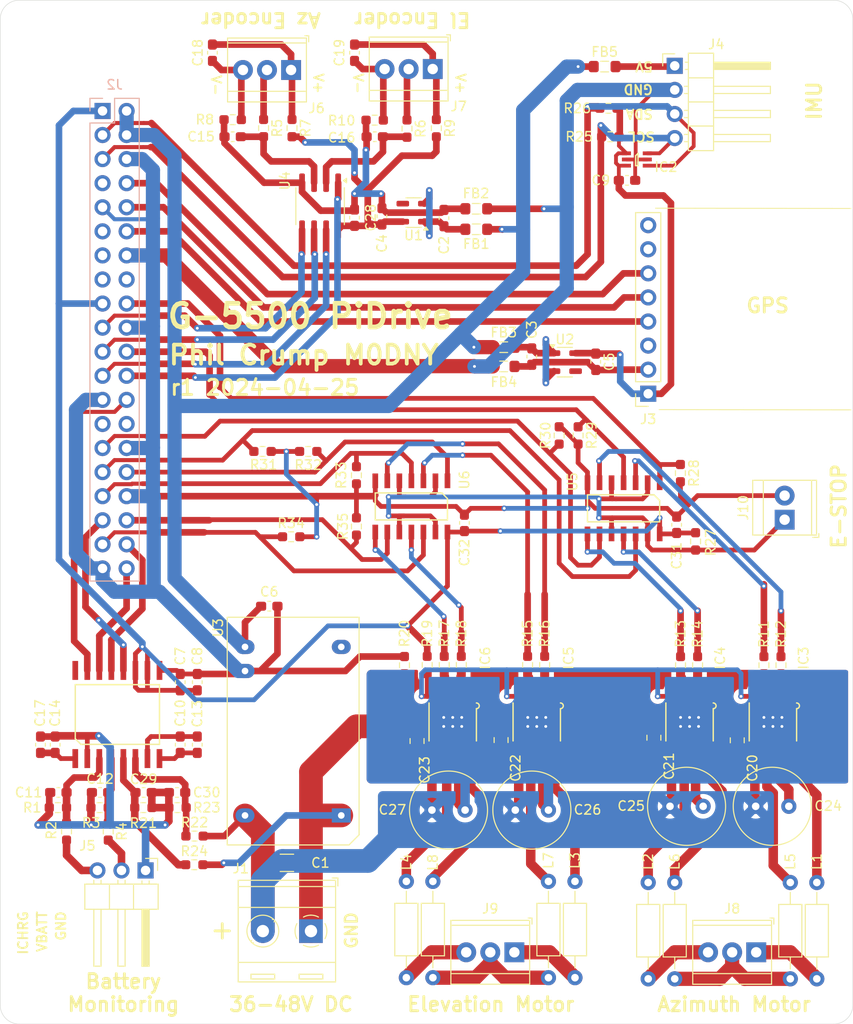
<source format=kicad_pcb>
(kicad_pcb (version 20240108) (generator "pcbnew") (generator_version "8.0")
  (layers (0 "F.Cu" signal) (31 "B.Cu" signal) (34 "B.Paste" user) (35 "F.Paste" user) (36 "B.SilkS" user "B.Silkscreen") (37 "F.SilkS" user "F.Silkscreen") (38 "B.Mask" user) (39 "F.Mask" user) (44 "Edge.Cuts" user))
  (net 0 "")
  (net 1 "GNDA")
  (net 2 "Net-(U1-EN)")
  (net 3 "GND")
  (net 4 "+3.3VADC")
  (net 5 "+5V")
  (net 6 "Net-(J4-Pin_1)")
  (net 7 "+48V")
  (net 8 "GNDPWR")
  (net 9 "GNDD")
  (net 10 "+3.3VP")
  (net 11 "Net-(J8-Pin_1)")
  (net 16 "/GPS_RXD")
  (net 17 "/ADC_CLK")
  (net 18 "/IMU_SCL")
  (net 19 "/GPS_PPS")
  (net 21 "/IMU_SDA")
  (net 23 "/ADC_MISO")
  (net 24 "/ADC_MOSI")
  (net 25 "/ADC_CS")
  (net 26 "/GPS_TXD")
  (net 28 "Net-(IC4-OUT1)")
  (net 29 "Net-(IC4-OUT2)")
  (net 31 "Net-(IC5-OUT1)")
  (net 32 "Net-(IC3-OUT1)")
  (net 34 "+3.3V")
  (net 35 "Net-(J9-Pin_3)")
  (net 36 "Net-(J9-Pin_2)")
  (net 37 "Net-(IC5-OUT2)")
  (net 38 "Net-(J6-Pin_1)")
  (net 39 "Net-(J6-Pin_2)")
  (net 40 "Net-(J6-Pin_3)")
  (net 41 "Net-(IC3-OUT2)")
  (net 42 "Net-(J5-Pin_3)")
  (net 43 "Net-(J5-Pin_2)")
  (net 44 "/IADC_CLK")
  (net 45 "/IADC_MOSI")
  (net 46 "/IADC_MISO")
  (net 47 "/IADC_CS")
  (net 48 "Net-(IC3-IN1)")
  (net 49 "Net-(IC3-IN2)")
  (net 50 "Net-(IC4-IN2)")
  (net 51 "Net-(IC4-IN1)")
  (net 52 "Net-(IC5-IN2)")
  (net 53 "Net-(IC5-IN1)")
  (net 54 "/EL_A2")
  (net 55 "/AZ_A1")
  (net 56 "/EL_B1")
  (net 57 "/EL_A1")
  (net 58 "/AZ_A2")
  (net 59 "/AZ_B1")
  (net 60 "/EL_B2")
  (net 61 "/AZ_B2")
  (net 62 "Net-(U2-EN)")
  (net 63 "Net-(IC1-VDDF)")
  (net 64 "Net-(IC1-GNDF)")
  (net 65 "Net-(IC1-AGND)")
  (net 66 "Net-(IC1-AIN1)")
  (net 67 "Net-(IC1-AIN2)")
  (net 68 "Net-(IC1-REF)")
  (net 69 "Net-(U4-CH1)")
  (net 70 "Net-(U4-CH0)")
  (net 71 "Net-(J7-Pin_3)")
  (net 72 "Net-(J7-Pin_1)")
  (net 73 "Net-(IC1-AIN3)")
  (net 75 "Net-(IC1-AIN4)")
  (net 76 "Net-(IC3-VREF)")
  (net 77 "Net-(IC6-IN2)")
  (net 78 "Net-(IC6-IN1)")
  (net 79 "Net-(IC6-OUT1)")
  (net 80 "Net-(IC6-OUT2)")
  (net 82 "Net-(J7-Pin_2)")
  (net 83 "Net-(J8-Pin_2)")
  (net 84 "Net-(J8-Pin_3)")
  (net 85 "Net-(J9-Pin_1)")
  (net 89 "Net-(J10-Pin_1)")
  (net 90 "Net-(R11-Pad2)")
  (net 91 "Net-(R12-Pad2)")
  (net 92 "Net-(R13-Pad2)")
  (net 93 "Net-(R14-Pad2)")
  (net 94 "Net-(R15-Pad2)")
  (net 95 "Net-(R16-Pad2)")
  (net 96 "Net-(R17-Pad2)")
  (net 97 "Net-(R18-Pad2)")
  (footprint "Resistor_SMD:R_0603_1608Metric_Pad0.98x0.95mm_HandSolder" (layer "F.Cu") (at 41 119.6875 -90)
    (property "Reference" "R2")
    (property "Value" "R" (hide yes))
  )
  (footprint "Capacitor_SMD:C_0603_1608Metric_Pad1.08x0.95mm_HandSolder" (layer "F.Cu") (at 105.4 87.3375 90)
    (property "Reference" "C31")
    (property "Value" "100n" (hide yes))
  )
  (footprint "Resistor_SMD:R_0603_1608Metric_Pad0.98x0.95mm_HandSolder" (layer "F.Cu") (at 71.6 87.5125 90)
    (property "Reference" "R35")
    (property "Value" "10K" (hide yes))
  )
  (footprint "agg:SOIC-8-EP" (layer "F.Cu") (at 90.635 108.135 -90)
    (property "Reference" "IC5")
    (property "Value" "DRV8251A" (hide yes))
  )
  (footprint "Package_SO:SOIC-8_3.9x4.9mm_P1.27mm" (layer "F.Cu") (at 67.765 53.725 -90)
    (property "Reference" "U4")
    (property "Value" "MCP3202" (hide yes))
  )
  (footprint "TerminalBlock_TE-Connectivity:TerminalBlock_TE_282834-2_1x02_P2.54mm_Horizontal" (layer "F.Cu") (at 116.8 86.8 90)
    (property "Reference" "J10")
    (property "Value" "Conn_01x02_Socket" (hide yes))
  )
  (footprint "Capacitor_SMD:C_0805_2012Metric_Pad1.18x1.45mm_HandSolder" (layer "F.Cu") (at 78 110.1475 90)
    (property "Reference" "C23")
    (property "Value" "100n" (hide yes))
  )
  (footprint "Inductor_THT:L_Axial_L5.3mm_D2.2mm_P10.16mm_Horizontal_Vishay_IM-1" (layer "F.Cu") (at 120.2 125.075 -90)
    (property "Reference" "L1")
    (property "Value" "L_Small" (hide yes))
  )
  (footprint "Resistor_SMD:R_0603_1608Metric_Pad0.98x0.95mm_HandSolder" (layer "F.Cu") (at 44.4875 117.175)
    (property "Reference" "R3")
    (property "Value" "R" (hide yes))
  )
  (footprint "Resistor_SMD:R_0603_1608Metric_Pad0.98x0.95mm_HandSolder" (layer "F.Cu") (at 116.415 102.1475 90)
    (property "Reference" "R12")
    (property "Value" "22R" (hide yes))
  )
  (footprint "Capacitor_THT:C_Radial_D8.0mm_H11.5mm_P3.50mm" (layer "F.Cu") (at 79.57 117.435)
    (property "Reference" "C27")
    (property "Value" "47u" (hide yes))
  )
  (footprint "Inductor_THT:L_Axial_L5.3mm_D2.2mm_P10.16mm_Horizontal_Vishay_IM-1" (layer "F.Cu") (at 94.67 124.955 -90)
    (property "Reference" "L3")
    (property "Value" "L_Small" (hide yes))
  )
  (footprint "TerminalBlock_TE-Connectivity:TerminalBlock_TE_282834-3_1x03_P2.54mm_Horizontal" (layer "F.Cu") (at 113.8 132.435 180)
    (property "Reference" "J8")
    (property "Value" "Conn_01x03_Socket" (hide yes))
  )
  (footprint "Capacitor_SMD:C_0805_2012Metric_Pad1.18x1.45mm_HandSolder" (layer "F.Cu") (at 111.8 110.0725 90)
    (property "Reference" "C20")
    (property "Value" "100n" (hide yes))
  )
  (footprint "Resistor_SMD:R_0603_1608Metric_Pad0.98x0.95mm_HandSolder" (layer "F.Cu") (at 66.5125 79.6 180)
    (property "Reference" "R32")
    (property "Value" "10K" (hide yes))
  )
  (footprint "Capacitor_SMD:C_0603_1608Metric_Pad1.08x0.95mm_HandSolder" (layer "F.Cu") (at 58.5375 46.4 180)
    (property "Reference" "C15")
    (property "Value" "1u" (hide yes))
  )
  (footprint "Resistor_SMD:R_0603_1608Metric_Pad0.98x0.95mm_HandSolder" (layer "F.Cu") (at 93 77.9125 90)
    (property "Reference" "R30")
    (property "Value" "10K" (hide yes))
  )
  (footprint "Resistor_SMD:R_0603_1608Metric_Pad0.98x0.95mm_HandSolder" (layer "F.Cu") (at 80.87 102.1225 90)
    (property "Reference" "R17")
    (property "Value" "22R" (hide yes))
  )
  (footprint "Inductor_SMD:L_0805_2012Metric_Pad1.05x1.20mm_HandSolder" (layer "F.Cu") (at 97.8 39)
    (property "Reference" "FB5")
    (property "Value" "FerriteBead_Small" (hide yes))
  )
  (footprint "Capacitor_SMD:C_0603_1608Metric_Pad1.08x0.95mm_HandSolder" (layer "F.Cu") (at 71.4 37.5375 -90)
    (property "Reference" "C19")
    (property "Value" "1u" (hide yes))
  )
  (footprint "Resistor_SMD:R_0603_1608Metric_Pad0.98x0.95mm_HandSolder" (layer "F.Cu") (at 54.4875 123.2)
    (property "Reference" "R24")
    (property "Value" "R" (hide yes))
  )
  (footprint "Resistor_SMD:R_0603_1608Metric_Pad0.98x0.95mm_HandSolder" (layer "F.Cu") (at 64.8 45.4875 -90)
    (property "Reference" "R7")
    (property "Value" "22R" (hide yes))
  )
  (footprint "Capacitor_SMD:C_0603_1608Metric_Pad1.08x0.95mm_HandSolder" (layer "F.Cu") (at 54.8 110.5375 90)
    (property "Reference" "C13")
    (property "Value" "C" (hide yes))
  )
  (footprint "Capacitor_THT:C_Radial_D8.0mm_H11.5mm_P3.50mm" (layer "F.Cu") (at 113.745 117.035)
    (property "Reference" "C24")
    (property "Value" "47u" (hide yes))
  )
  (footprint "Capacitor_SMD:C_0603_1608Metric_Pad1.08x0.95mm_HandSolder" (layer "F.Cu") (at 53 110.5375 90)
    (property "Reference" "C10")
    (property "Value" "C" (hide yes))
  )
  (footprint "TerminalBlock_TE-Connectivity:TerminalBlock_TE_282834-3_1x03_P2.54mm_Horizontal" (layer "F.Cu") (at 88.27 132.435 180)
    (property "Reference" "J9")
    (property "Value" "Conn_01x03_Socket" (hide yes))
  )
  (footprint "Inductor_THT:L_Axial_L5.3mm_D2.2mm_P10.16mm_Horizontal_Vishay_IM-1" (layer "F.Cu") (at 102.4 135.235 90)
    (property "Reference" "L2")
    (property "Value" "L_Small" (hide yes))
  )
  (footprint "MountingHole:MountingHole_2.7mm_M2.5" (layer "F.Cu") (at 37.2 38.8 -90)
    (property "Reference" "H4" (hide yes))
    (property "Value" "MountingHole" (hide yes))
  )
  (footprint "Resistor_SMD:R_0603_1608Metric_Pad0.98x0.95mm_HandSolder" (layer "F.Cu") (at 79.07 102.1225 90)
    (property "Reference" "R19")
    (property "Value" "22R" (hide yes))
  )
  (footprint "TerminalBlock_TE-Connectivity:TerminalBlock_TE_282834-3_1x03_P2.54mm_Horizontal" (layer "F.Cu") (at 64.7 39.3575 180)
    (property "Reference" "J6")
    (property "Value" "Conn_01x03_Socket" (hide yes))
  )
  (footprint "Connector_PinHeader_2.54mm:PinHeader_1x04_P2.54mm_Horizontal" (layer "F.Cu") (at 105.2 38.92)
    (property "Reference" "J4")
    (property "Value" "Conn_01x04_Pin" (hide yes))
  )
  (footprint "Resistor_SMD:R_0603_1608Metric_Pad0.98x0.95mm_HandSolder" (layer "F.Cu") (at 105.8 81.8875 -90)
    (property "Reference" "R28")
    (property "Value" "10K" (hide yes))
  )
  (footprint "Inductor_SMD:L_0805_2012Metric_Pad1.05x1.20mm_HandSolder" (layer "F.Cu") (at 84.25 54 180)
    (property "Reference" "FB2")
    (property "Value" "FerriteBead_Small" (hide yes))
  )
  (footprint "Connector_PinSocket_2.54mm:PinSocket_1x08_P2.54mm_Vertical" (layer "F.Cu") (at 102.4 73.5125 180)
    (property "Reference" "J3")
    (property "Value" "Conn_01x08_Pin" (hide yes))
  )
  (footprint "Resistor_SMD:R_0603_1608Metric_Pad0.98x0.95mm_HandSolder" (layer "F.Cu") (at 76.9375 45.5375 -90)
    (property "Reference" "R6")
    (property "Value" "1K" (hide yes))
  )
  (footprint "Capacitor_SMD:C_0603_1608Metric_Pad1.08x0.95mm_HandSolder" (layer "F.Cu") (at 96.86 70.1425 -90)
    (property "Reference" "C5")
    (property "Value" "1u" (hide yes))
  )
  (footprint "Capacitor_SMD:C_0603_1608Metric_Pad1.08x0.95mm_HandSolder" (layer "F.Cu") (at 83 87.1375 90)
    (property "Reference" "C32")
    (property "Value" "100n" (hide yes))
  )
  (footprint "Capacitor_SMD:C_0603_1608Metric_Pad1.08x0.95mm_HandSolder" (layer "F.Cu") (at 54.8 103.9375 -90)
    (property "Reference" "C8")
    (property "Value" "C" (hide yes))
  )
  (footprint "Capacitor_THT:C_Radial_D8.0mm_H11.5mm_P3.50mm" (layer "F.Cu") (at 88.37 117.435)
    (property "Reference" "C26")
    (property "Value" "47u" (hide yes))
  )
  (footprint "Resistor_SMD:R_0603_1608Metric_Pad0.98x0.95mm_HandSolder" (layer "F.Cu") (at 71.6 82.1125 -90)
    (property "Reference" "R33")
    (property "Value" "10K" (hide yes))
  )
  (footprint "agg:SOIC-14" (layer "F.Cu") (at 99.8 85.6 -90)
    (property "Reference" "U5")
    (property "Value" "74LS32" (hide yes))
  )
  (footprint "Converter_DCDC:Converter_DCDC_TRACO_TEL12-xxxx_THT" (layer "F.Cu") (at 70 118 180)
    (property "Reference" "U3")
    (property "Value" "TEL12-4811WI" (hide yes))
  )
  (footprint "Capacitor_THT:C_Radial_D8.0mm_H11.5mm_P3.50mm" (layer "F.Cu") (at 104.7 117.035)
    (property "Reference" "C25")
    (property "Value" "47u" (hide yes))
  )
  (footprint "agg:SOIC-8-EP" (layer "F.Cu") (at 115.565 108.135 -90)
    (property "Reference" "IC3")
    (property "Value" "DRV8251A" (hide yes))
  )
  (footprint "Resistor_SMD:R_0603_1608Metric_Pad0.98x0.95mm_HandSolder" (layer "F.Cu") (at 73.525 44.65)
    (property "Reference" "R10")
    (property "Value" "22R" (hide yes))
  )
  (footprint "Resistor_SMD:R_0603_1608Metric_Pad0.98x0.95mm_HandSolder" (layer "F.Cu") (at 82.67 102.1225 90)
    (property "Reference" "R18")
    (property "Value" "22R" (hide yes))
  )
  (footprint "Resistor_SMD:R_0603_1608Metric_Pad0.98x0.95mm_HandSolder" (layer "F.Cu") (at 91.47 102.1225 90)
    (property "Reference" "R16")
    (property "Value" "22R" (hide yes))
  )
  (footprint "Capacitor_SMD:C_0603_1608Metric_Pad1.08x0.95mm_HandSolder" (layer "F.Cu") (at 100.1625 51)
    (property "Reference" "C9")
    (property "Value" "1u" (hide yes))
  )
  (footprint "Capacitor_SMD:C_0603_1608Metric_Pad1.08x0.95mm_HandSolder" (layer "F.Cu") (at 44.5375 115.575)
    (property "Reference" "C12")
    (property "Value" "C" (hide yes))
  )
  (footprint "Package_TO_SOT_SMD:SOT-23-5" (layer "F.Cu") (at 77.63125 54.40625 180)
    (property "Reference" "U1")
    (property "Value" "TLV70233_SOT23-5" (hide yes))
  )
  (footprint "Resistor_SMD:R_0603_1608Metric_Pad0.98x0.95mm_HandSolder" (layer "F.Cu") (at 76.67 102.1475 90)
    (property "Reference" "R20")
    (property "Value" "22R" (hide yes))
  )
  (footprint "Capacitor_SMD:C_0603_1608Metric_Pad1.08x0.95mm_HandSolder" (layer "F.Cu") (at 62.4 95.925)
    (property "Reference" "C6")
    (property "Value" "1u" (hide yes))
  )
  (footprint "Resistor_SMD:R_0603_1608Metric_Pad0.98x0.95mm_HandSolder" (layer "F.Cu") (at 52.7125 117.175)
    (property "Reference" "R23")
    (property "Value" "R" (hide yes))
  )
  (footprint "Inductor_THT:L_Axial_L5.3mm_D2.2mm_P10.16mm_Horizontal_Vishay_IM-1" (layer "F.Cu") (at 105.2 135.235 90)
    (property "Reference" "L6")
    (property "Value" "L_Small" (hide yes))
  )
  (footprint "Capacitor_SMD:C_0603_1608Metric_Pad1.08x0.95mm_HandSolder" (layer "F.Cu") (at 49.1375 115.575 180)
    (property "Reference" "C29")
    (property "Value" "C" (hide yes))
  )
  (footprint "Capacitor_SMD:C_0805_2012Metric_Pad1.18x1.45mm_HandSolder" (layer "F.Cu") (at 103 109.8 90)
    (property "Reference" "C21")
    (property "Value" "100n" (hide yes))
  )
  (footprint "Capacitor_SMD:C_0603_1608Metric_Pad1.08x0.95mm_HandSolder" (layer "F.Cu") (at 73.5375 46.4 180)
    (property "Reference" "C16")
    (property "Value" "1u" (hide yes))
  )
  (footprint "Capacitor_SMD:C_0603_1608Metric_Pad1.08x0.95mm_HandSolder" (layer "F.Cu") (at 90.11 69.5925 -90)
    (property "Reference" "C3")
    (property "Value" "1u" (hide yes))
  )
  (footprint "Inductor_THT:L_Axial_L5.3mm_D2.2mm_P10.16mm_Horizontal_Vishay_IM-1" (layer "F.Cu") (at 79.67 135.115 90)
    (property "Reference" "L8")
    (property "Value" "L_Small" (hide yes))
  )
  (footprint "Capacitor_SMD:C_0603_1608Metric_Pad1.08x0.95mm_HandSolder" (layer "F.Cu") (at 74.29375 54.79375 90)
    (property "Reference" "C4")
    (property "Value" "1u" (hide yes))
  )
  (footprint "Inductor_SMD:L_0805_2012Metric_Pad1.05x1.20mm_HandSolder" (layer "F.Cu") (at 87.15 68.6)
    (property "Reference" "FB3")
    (property "Value" "FerriteBead_Small" (hide yes))
  )
  (footprint "agg:SOIC-8-EP" (layer "F.Cu") (at 81.765 108.135 -90)
    (property "Reference" "IC6")
    (property "Value" "DRV8251A" (hide yes))
  )
  (footprint "agg:SOIC-14" (layer "F.Cu") (at 77.4 85.4 -90)
    (property "Reference" "U6")
    (property "Value" "74LS32" (hide yes))
  )
  (footprint "Resistor_SMD:R_0603_1608Metric_Pad0.98x0.95mm_HandSolder" (layer "F.Cu") (at 64.7125 88.6)
    (property "Reference" "R34")
    (property "Value" "10K" (hide yes))
  )
  (footprint "Resistor_SMD:R_0603_1608Metric_Pad0.98x0.95mm_HandSolder" (layer "F.Cu") (at 114.615 102.1475 90)
    (property "Reference" "R11")
    (property "Value" "22R" (hide yes))
  )
  (footprint "Resistor_SMD:R_0603_1608Metric_Pad0.98x0.95mm_HandSolder" (layer "F.Cu") (at 45.4 119.6875 -90)
    (property "Reference" "R4")
    (property "Value" "R" (hide yes))
  )
  (footprint "Resistor_SMD:R_0603_1608Metric_Pad0.98x0.95mm_HandSolder" (layer "F.Cu") (at 98.4 46.4 180)
    (property "Reference" "R25")
    (property "Value" "10K" (hide yes))
  )
  (footprint "agg:SC-70-6" (layer "F.Cu") (at 101.2 48.8)
    (property "Reference" "IC2")
    (property "Value" "LTC4311" (hide yes))
  )
  (footprint "Resistor_SMD:R_0603_1608Metric_Pad0.98x0.95mm_HandSolder" (layer "F.Cu") (at 40.0875 117.175)
    (property "Reference" "R1")
    (property "Value" "R" (hide yes))
  )
  (footprint "TerminalBlock_RND:TerminalBlock_RND_205-00287_1x02_P5.08mm_Horizontal" (layer "F.Cu") (at 66.8 130.2 180)
    (property "Reference" "J1")
    (property "Value" "Conn_01x02_Socket" (hide yes))
  )
  (footprint "Package_TO_SOT_SMD:SOT-23-5" (layer "F.Cu") (at 93.5975 70.18)
    (property "Reference" "U2")
    (property "Value" "TLV70233_SOT23-5" (hide yes))
  )
  (footprint "Resistor_SMD:R_0603_1608Metric_Pad0.98x0.95mm_HandSolder" (layer "F.Cu") (at 89.67 102.1225 90)
    (property "Reference" "R15")
    (property "Value" "22R" (hide yes))
  )
  (footprint "Inductor_SMD:L_0805_2012Metric_Pad1.05x1.20mm_HandSolder" (layer "F.Cu") (at 84.25 56.1625 180)
    (property "Reference" "FB1")
    (property "Value" "FerriteBead_Small" (hide yes))
  )
  (footprint "MountingHole:MountingHole_2.7mm_M2.5" (layer "F.Cu") (at 86.2 96.8 180)
    (property "Reference" "H1" (hide yes))
    (property "Value" "MountingHole" (hide yes))
  )
  (footprint "Resistor_SMD:R_0603_1608Metric_Pad0.98x0.95mm_HandSolder" (layer "F.Cu") (at 58.5375 44.6)
    (property "Reference" "R8")
    (property "Value" "22R" (hide yes))
  )
  (footprint "Capacitor_SMD:C_0603_1608Metric_Pad1.08x0.95mm_HandSolder" (layer "F.Cu") (at 56.4 37.5375 -90)
    (property "Reference" "C18")
    (property "Value" "1u" (hide yes))
  )
  (footprint "Resistor_SMD:R_0603_1608Metric_Pad0.98x0.95mm_HandSolder" (layer "F.Cu") (at 107.615 102.1475 90)
    (property "Reference" "R14")
    (property "Value" "22R" (hide yes))
  )
  (footprint "Resistor_SMD:R_0603_1608Metric_Pad0.98x0.95mm_HandSolder" (layer "F.Cu") (at 98.2 43.4 180)
    (property "Reference" "R26")
    (property "Value" "10K" (hide yes))
  )
  (footprint "MountingHole:MountingHole_2.7mm_M2.5" (layer "F.Cu") (at 86.2 38.8 180)
    (property "Reference" "H3" (hide yes))
    (property "Value" "MountingHole" (hide yes))
  )
  (footprint "Resistor_SMD:R_0603_1608Metric_Pad0.98x0.95mm_HandSolder" (layer "F.Cu") (at 80.035 45.5 -90)
    (property "Reference" "R9")
    (property "Value" "22R" (hide yes))
  )
  (footprint "Resistor_SMD:R_0603_1608Metric_Pad0.98x0.95mm_HandSolder" (layer "F.Cu") (at 105.815 102.1475 90)
    (property "Reference" "R13")
    (property "Value" "22R" (hide yes))
  )
  (footprint "Resistor_SMD:R_0603_1608Metric_Pad0.98x0.95mm_HandSolder" (layer "F.Cu") (at 54.5125 120.175)
    (property "Reference" "R22")
    (property "Value" "R" (hide yes))
  )
  (footprint "Capacitor_SMD:C_0603_1608Metric_Pad1.08x0.95mm_HandSolder" (layer "F.Cu") (at 71.4 54.9375 90)
    (property "Reference" "C28")
    (property "Value" "1u" (hide yes))
  )
  (footprint "Capacitor_SMD:C_1206_3216Metric_Pad1.33x1.80mm_HandSolder" (layer "F.Cu") (at 64.2625 123)
    (property "Reference" "C1")
    (property "Value" ".47u" (hide yes))
  )
  (footprint "Capacitor_SMD:C_0805_2012Metric_Pad1.18x1.45mm_HandSolder" (layer "F.Cu") (at 86.87 110.0475 90)
    (property "Reference" "C22")
    (property "Value" "100n" (hide yes))
  )
  (footprint "Resistor_SMD:R_0603_1608Metric_Pad0.98x0.95mm_HandSolder" (layer "F.Cu") (at 107.4 89.0875 -90)
    (property "Reference" "R27")
    (property "Value" "1K" (hide yes))
  )
  (footprint "agg:SOIC-8-EP" (layer "F.Cu") (at 106.765 108.135 -90)
    (property "Reference" "IC4")
    (property "Value" "DRV8251A" (hide yes))
  )
  (footprint "MountingHole:MountingHole_2.7mm_M2.5" (layer "F.Cu") (at 37.2 96.8 180)
    (property "Reference" "H2" (hide yes))
    (property "Value" "MountingHole" (hide yes))
  )
  (footprint "Resistor_SMD:R_0603_1608Metric_Pad0.98x0.95mm_HandSolder" (layer "F.Cu") (at 61.6875 79.6)
    (property "Reference" "R31")
    (property "Value" "10K" (hide yes))
  )
  (footprint "agg:SOIC-16-W" (layer "F.Cu") (at 46.365 107.35 90)
    (property "Reference" "IC1")
    (property "Value" "MAX22530" (hide yes))
  )
  (footprint "Resistor_SMD:R_0603_1608Metric_Pad0.98x0.95mm_HandSolder" (layer "F.Cu") (at 61.8 45.4875 -90)
    (property "Reference" "R5")
    (property "Value" "1K" (hide yes))
  )
  (footprint "Capacitor_SMD:C_0603_1608Metric_Pad1.08x0.95mm_HandSolder" (layer "F.Cu") (at 39.8 110.5375 -90)
    (property "Reference" "C14")
    (property "Value" "C" (hide yes))
  )
  (footprint "Capacitor_SMD:C_0603_1608Metric_Pad1.08x0.95mm_HandSolder" (layer "F.Cu") (at 52.6625 115.575)
    (property "Reference" "C30")
    (property "Value" "C" (hide yes))
  )
  (footprint "Inductor_THT:L_Axial_L5.3mm_D2.2mm_P10.16mm_Horizontal_Vishay_IM-1" (layer "F.Cu") (at 91.87 124.955 -90)
    (property "Reference" "L7")
    (property "Value" "L_Small" (hide yes))
  )
  (footprint "Capacitor_SMD:C_0603_1608Metric_Pad1.08x0.95mm_HandSolder" (layer "F.Cu") (at 40.1375 115.575)
    (property "Reference" "C11")
    (property "Value" "C" (hide yes))
  )
  (footprint "Capacitor_SMD:C_0603_1608Metric_Pad1.08x0.95mm_HandSolder" (layer "F.Cu") (at 53 103.9375 -90)
    (property "Reference" "C7")
    (property "Value" "C" (hide yes))
  )
  (footprint "Resistor_SMD:R_0603_1608Metric_Pad0.98x0.95mm_HandSolder" (layer "F.Cu") (at 95 77.9125 -90)
    (property "Reference" "R29")
    (property "Value" "10K" (hide yes))
  )
  (footprint "Inductor_THT:L_Axial_L5.3mm_D2.2mm_P10.16mm_Horizontal_Vishay_IM-1" (layer "F.Cu") (at 76.87 135.115 90)
    (property "Reference" "L4")
    (property "Value" "L_Small" (hide yes))
  )
  (footprint "Capacitor_SMD:C_0603_1608Metric_Pad1.08x0.95mm_HandSolder" (layer "F.Cu") (at 80.84375 54.98125 90)
    (property "Reference" "C2")
    (property "Value" "1u" (hide yes))
  )
  (footprint "Resistor_SMD:R_0603_1608Metric_Pad0.98x0.95mm_HandSolder" (layer "F.Cu") (at 49.1125 117.175 180)
    (property "Reference" "R21")
    (property "Value" "R" (hide yes))
  )
  (footprint "TerminalBlock_TE-Connectivity:TerminalBlock_TE_282834-3_1x03_P2.54mm_Horizontal" (layer "F.Cu") (at 79.6525 39.2575 180)
    (property "Reference" "J7")
    (property "Value" "Conn_01x03_Socket" (hide yes))
  )
  (footprint "Capacitor_SMD:C_0603_1608Metric_Pad1.08x0.95mm_HandSolder" (layer "F.Cu") (at 38.25 110.5375 -90)
    (property "Reference" "C17")
    (property "Value" "C" (hide yes))
  )
  (footprint "Inductor_THT:L_Axial_L5.3mm_D2.2mm_P10.16mm_Horizontal_Vishay_IM-1" (layer "F.Cu") (at 117.4 125.075 -90)
    (property "Reference" "L5")
    (property "Value" "L_Small" (hide yes))
  )
  (footprint "Connector_PinHeader_2.54mm:PinHeader_1x03_P2.54mm_Horizontal" (layer "F.Cu") (at 49.34 123.8 -90)
    (property "Reference" "J5")
    (property "Value" "Conn_01x03_Socket" (hide yes))
  )
  (footprint "Inductor_SMD:L_0805_2012Metric_Pad1.05x1.20mm_HandSolder" (layer "F.Cu") (at 87.135 70.63)
    (property "Reference" "FB4")
    (property "Value" "FerriteBead_Small" (hide yes))
  )
  (footprint "Connector_PinSocket_2.54mm:PinSocket_2x20_P2.54mm_Vertical" (layer "B.Cu") (at 44.8 43.68 180)
    (property "Reference" "J2")
    (property "Value" "Raspberry_Pi_2_3" (hide yes))
  )
  (gr_line (start 103.555 75.1875) (end 123.8 75.2125) (stroke (width 0.1)) (layer "F.SilkS"))
  (gr_line (start 123.8 53.965) (end 103.1775 53.94) (stroke (width 0.1)) (layer "F.SilkS"))
  (gr_line (start 124 34) (end 124 138) (stroke (width 0.05)) (layer "Edge.Cuts"))
  (gr_arc (start 122 32) (mid 123.414214 32.585786) (end 124 34) (stroke (width 0.05)) (layer "Edge.Cuts"))
  (gr_arc (start 124 138) (mid 123.414214 139.414214) (end 122 140) (stroke (width 0.05)) (layer "Edge.Cuts"))
  (gr_line (start 36 140) (end 122 140) (stroke (width 0.05)) (layer "Edge.Cuts"))
  (gr_arc (start 36 140) (mid 34.585786 139.414214) (end 34 138) (stroke (width 0.05)) (layer "Edge.Cuts"))
  (gr_arc (start 34 34) (mid 34.585786 32.585786) (end 36 32) (stroke (width 0.05)) (layer "Edge.Cuts"))
  (gr_line (start 34 34) (end 34 138) (stroke (width 0.05)) (layer "Edge.Cuts"))
  (gr_line (start 36 32) (end 122 32) (stroke (width 0.05)) (layer "Edge.Cuts"))
  (gr_text "r1 2024-04-25" (at 51.8 73.8 0) (layer "F.SilkS") (effects (font (size 1.6 1.6) (thickness 0.3) (bold yes)) (justify left bottom)))
  (gr_text "+" (at 56 131.2 0) (layer "F.SilkS") (effects (font (size 2 2) (thickness 0.3) (bold yes)) (justify left bottom)))
  (gr_text "IMU" (at 120.8 44.8 90) (layer "F.SilkS") (effects (font (size 1.5 1.5) (thickness 0.3) (bold yes)) (justify left bottom)))
  (gr_text "V+" (at 67 39.6 270) (layer "F.SilkS") (effects (font (size 1 1) (thickness 0.2) (bold yes)) (justify left bottom)))
  (gr_text "36-48V DC" (at 58 138.8 0) (layer "F.SilkS") (effects (font (size 1.5 1.5) (thickness 0.3) (bold yes)) (justify left bottom)))
  (gr_text "E-STOP" (at 123.4 90 90) (layer "F.SilkS") (effects (font (size 1.5 1.5) (thickness 0.3) (bold yes)) (justify left bottom)))
  (gr_text "GND" (at 71.8 132.2 90) (layer "F.SilkS") (effects (font (size 1.25 1.25) (thickness 0.25) (bold yes)) (justify left bottom)))
  (gr_text "SDA" (at 103 43.4 180) (layer "F.SilkS") (effects (font (size 1 1) (thickness 0.2) (bold yes)) (justify left bottom)))
  (gr_text "GND" (at 103 40.8 180) (layer "F.SilkS") (effects (font (size 1 1) (thickness 0.2) (bold yes)) (justify left bottom)))
  (gr_text "Battery\nMonitoring" (at 47 138.8 0) (layer "F.SilkS") (effects (font (size 1.5 1.5) (thickness 0.3) (bold yes)) (justify bottom)))
  (gr_text "GND" (at 41 128 90) (layer "F.SilkS") (effects (font (size 1 1) (thickness 0.2) (bold yes)) (justify right bottom)))
  (gr_text "V-" (at 56.2 39.8 270) (layer "F.SilkS") (effects (font (size 1 1) (thickness 0.2) (bold yes)) (justify left bottom)))
  (gr_text "G-5500 PiDrive" (at 51.4 66.8 0) (layer "F.SilkS") (effects (font (size 2.5 2.5) (thickness 0.5) (bold yes)) (justify left bottom)))
  (gr_text "Elevation Motor" (at 76.8 138.8 0) (layer "F.SilkS") (effects (font (size 1.5 1.5) (thickness 0.3) (bold yes)) (justify left bottom)))
  (gr_text "Azimuth Motor" (at 103.2 138.8 0) (layer "F.SilkS") (effects (font (size 1.5 1.5) (thickness 0.3) (bold yes)) (justify left bottom)))
  (gr_text "V+" (at 82 39.6 270) (layer "F.SilkS") (effects (font (size 1 1) (thickness 0.2) (bold yes)) (justify left bottom)))
  (gr_text "ICHRG" (at 37 128 90) (layer "F.SilkS") (effects (font (size 1 1) (thickness 0.2) (bold yes)) (justify right bottom)))
  (gr_text "VBATT" (at 39 128 90) (layer "F.SilkS") (effects (font (size 1 1) (thickness 0.2) (bold yes)) (justify right bottom)))
  (gr_text "SCL" (at 103.2 45.8 180) (layer "F.SilkS") (effects (font (size 1 1) (thickness 0.2) (bold yes)) (justify left bottom)))
  (gr_text "Phil Crump M0DNY" (at 51.6 70.6 0) (layer "F.SilkS") (effects (font (size 2 2) (thickness 0.4) (bold yes)) (justify left bottom)))
  (gr_text "Az Encoder" (at 67.9975 33.2 180) (layer "F.SilkS") (effects (font (size 1.5 1.5) (thickness 0.3) (bold yes)) (justify left bottom)))
  (gr_text "GPS" (at 112.6 65.0925 0) (layer "F.SilkS") (effects (font (size 1.5 1.5) (thickness 0.3) (bold yes)) (justify left bottom)))
  (gr_text "5V" (at 103 38.4 180) (layer "F.SilkS") (effects (font (size 1 1) (thickness 0.2) (bold yes)) (justify left bottom)))
  (gr_text "El Encoder" (at 83.8 33.2 180) (layer "F.SilkS") (effects (font (size 1.5 1.5) (thickness 0.3) (bold yes)) (justify left bottom)))
  (gr_text "V-" (at 71.2 39.6 270) (layer "F.SilkS") (effects (font (size 1 1) (thickness 0.2) (bold yes)) (justify left bottom)))
  (segment (start 71.4 52.4) (end 71.4 54.075) (width 0.7) (layer "F.Cu") (net 1))
  (segment (start 72.675 46.4) (end 72.675 47.725) (width 0.7) (layer "F.Cu") (net 1))
  (segment (start 80.9625 54) (end 80.84375 54.11875) (width 0.7) (layer "F.Cu") (net 1))
  (segment (start 67.835001 54.2) (end 71.275 54.2) (width 0.7) (layer "F.Cu") (net 1))
  (segment (start 57.675 47.075) (end 57.675 46.4) (width 0.7) (layer "F.Cu") (net 1))
  (segment (start 78.76875 54.40625) (end 74.76875 54.40625) (width 0.7) (layer "F.Cu") (net 1))
  (segment (start 72.6125 46.3375) (end 72.675 46.4) (width 0.7) (layer "F.Cu") (net 1))
  (segment (start 61.85 51.25) (end 57.675 47.075) (width 0.7) (layer "F.Cu") (net 1))
  (segment (start 65.86 51.25) (end 61.85 51.25) (width 0.7) (layer "F.Cu") (net 1))
  (segment (start 80.55625 54.40625) (end 78.76875 54.40625) (width 0.7) (layer "F.Cu") (net 1))
  (segment (start 74.29375 53.93125) (end 74.29375 52.49375) (width 0.7) (layer "F.Cu") (net 1))
  (segment (start 65.86 52.224999) (end 67.835001 54.2) (width 0.7) (layer "F.Cu") (net 1))
  (segment (start 65.86 51.25) (end 65.86 52.224999) (width 0.7) (layer "F.Cu") (net 1))
  (segment (start 80.84375 54.11875) (end 80.55625 54.40625) (width 0.7) (layer "F.Cu") (net 1))
  (segment (start 72.675 47.725) (end 72.6 47.8) (width 0.7) (layer "F.Cu") (net 1))
  (segment (start 83.1 54) (end 80.9625 54) (width 0.7) (layer "F.Cu") (net 1))
  (segment (start 57.625 46.35) (end 57.675 46.4) (width 0.7) (layer "F.Cu") (net 1))
  (segment (start 74.76875 54.40625) (end 74.29375 53.93125) (width 0.7) (layer "F.Cu") (net 1))
  (segment (start 74.29375 52.49375) (end 74.2 52.4) (width 0.7) (layer "F.Cu") (net 1))
  (segment (start 71.275 54.2) (end 71.4 54.075) (width 0.7) (layer "F.Cu") (net 1))
  (segment (start 57.625 44.6) (end 57.625 46.35) (width 0.7) (layer "F.Cu") (net 1))
  (segment (start 72.6125 44.65) (end 72.6125 46.3375) (width 0.7) (layer "F.Cu") (net 1))
  (via (at 74.2 52.4) (size 0.6) (drill 0.3) (layers "F.Cu" "B.Cu") (net 1))
  (via (at 71.4 52.4) (size 0.6) (drill 0.3) (layers "F.Cu" "B.Cu") (net 1))
  (via (at 72.6 47.8) (size 0.6) (drill 0.3) (layers "F.Cu" "B.Cu") (net 1))
  (segment (start 71.4 52.4) (end 72.6 51.2) (width 0.7) (layer "B.Cu") (net 1))
  (segment (start 72.6 51.2) (end 72.6 47.8) (width 0.7) (layer "B.Cu") (net 1))
  (segment (start 71.4 52.4) (end 74.2 52.4) (width 0.7) (layer "B.Cu") (net 1))
  (segment (start 78.76875 55.35625) (end 80.35625 55.35625) (width 0.7) (layer "F.Cu") (net 2))
  (segment (start 78.76875 55.35625) (end 79.29375 55.88125) (width 0.7) (layer "F.Cu") (net 2))
  (segment (start 80.35625 55.35625) (end 80.84375 55.84375) (width 0.7) (layer "F.Cu") (net 2))
  (segment (start 79.29375 52.05625) (end 79.29375 52.93125) (width 0.7) (layer "F.Cu") (net 2))
  (segment (start 79.29375 52.93125) (end 78.76875 53.45625) (width 0.7) (layer "F.Cu") (net 2))
  (segment (start 83.1 56.1625) (end 81.1625 56.1625) (width 0.7) (layer "F.Cu") (net 2))
  (segment (start 81.1625 56.1625) (end 80.84375 55.84375) (width 0.7) (layer "F.Cu") (net 2))
  (segment (start 79.29375 55.88125) (end 79.29375 56.85625) (width 0.7) (layer "F.Cu") (net 2))
  (via (at 79.29375 56.85625) (size 0.6) (drill 0.3) (layers "F.Cu" "B.Cu") (net 2))
  (via (at 79.29375 52.05625) (size 0.6) (drill 0.3) (layers "F.Cu" "B.Cu") (net 2))
  (segment (start 79.29375 56.85625) (end 79.29375 52.05625) (width 0.7) (layer "B.Cu") (net 2))
  (segment (start 101.075 48.8) (end 102.3 48.8) (width 0.4) (layer "F.Cu") (net 3))
  (segment (start 96 84.8) (end 96 85.6) (width 0.5) (layer "F.Cu") (net 3))
  (segment (start 83.675 85.6) (end 87.2 85.6) (width 0.5) (layer "F.Cu") (net 3))
  (segment (start 67.4 84.32) (end 71.6 84.32) (width 0.7) (layer "F.Cu") (net 3))
  (segment (start 73.59 84.79) (end 74.2 85.4) (width 0.5) (layer "F.Cu") (net 3))
  (segment (start 73.59 82.7) (end 73.59 84.2) (width 0.5) (layer "F.Cu") (net 3))
  (segment (start 83 86.275) (end 83.675 85.6) (width 0.5) (layer "F.Cu") (net 3))
  (segment (start 65.625 88.6) (end 67.4 88.6) (width 0.5) (layer "F.Cu") (net 3))
  (segment (start 101.075 48.8) (end 101.075 43.525) (width 0.4) (layer "F.Cu") (net 3))
  (segment (start 95.99 81.79) (end 95 80.8) (width 0.5) (layer "F.Cu") (net 3))
  (segment (start 84.06 70.63) (end 84.03 70.6) (width 1.5) (layer "F.Cu") (net 3))
  (segment (start 82.125 85.4) (end 83 86.275) (width 0.5) (layer "F.Cu") (net 3))
  (segment (start 76.67 101.235) (end 71.965 101.235) (width 0.7) (layer "F.Cu") (net 3))
  (segment (start 105.4 86.475) (end 105.275 86.475) (width 0.5) (layer "F.Cu") (net 3))
  (segment (start 63.2625 100.9375) (end 61.44 102.76) (width 0.7) (layer "F.Cu") (net 3))
  (segment (start 47.34 84.32) (end 67.4 84.32) (width 0.7) (layer "F.Cu") (net 3))
  (segment (start 101.025 51) (end 101.025 48.85) (width 0.4) (layer "F.Cu") (net 3))
  (segment (start 71.965 101.235) (end 70.44 102.76) (width 0.7) (layer "F.Cu") (net 3))
  (segment (start 52.625 102.7) (end 53 103.075) (width 0.5) (layer "F.Cu") (net 3))
  (segment (start 93.175 77) (end 95 78.825) (width 0.5) (layer "F.Cu") (net 3))
  (segment (start 73.47 84.32) (end 73.59 84.2) (width 0.7) (layer "F.Cu") (net 3))
  (segment (start 71.6 84.32) (end 71.6 86.6) (width 0.5) (layer "F.Cu") (net 3))
  (segment (start 61.44 102.76) (end 59.84 102.76) (width 0.7) (layer "F.Cu") (net 3))
  (segment (start 65.6 79.6) (end 64.2 79.6) (width 0.5) (layer "F.Cu") (net 3))
  (segment (start 106.6375 85.2375) (end 105.8 84.4) (width 0.5) (layer "F.Cu") (net 3))
  (segment (start 53 103.075) (end 54.8 103.075) (width 0.5) (layer "F.Cu") (net 3))
  (segment (start 95.99 84.79) (end 96 84.8) (width 0.5) (layer "F.Cu") (net 3))
  (segment (start 105.4 86.475) (end 106.6375 85.2375) (width 0.5) (layer "F.Cu") (net 3))
  (segment (start 95.99 84.79) (end 96.8 85.6) (width 0.5) (layer "F.Cu") (net 3))
  (segment (start 95.99 82.9) (end 95.99 84.79) (width 0.5) (layer "F.Cu") (net 3))
  (segment (start 105.8 84.4) (end 105.8 82.8) (width 0.5) (layer "F.Cu") (net 3))
  (segment (start 107.615 84.26) (end 116.8 84.26) (width 0.5) (layer "F.Cu") (net 3))
  (segment (start 85.4 54) (end 91.4 54) (width 0.7) (layer "F.Cu") (net 3))
  (segment (start 100.975 48.8) (end 100.1 48.8) (width 0.4) (layer "F.Cu") (net 3))
  (segment (start 54.8 103.075) (end 59.525 103.075) (width 0.7) (layer "F.Cu") (net 3))
  (segment (start 63.2 70.6) (end 51.52 58.92) (width 1.5) (layer "F.Cu") (net 3))
  (segment (start 84.03 70.6) (end 63.2 70.6) (width 1.5) (layer "F.Cu") (net 3))
  (segment (start 71.6 84.32) (end 73.47 84.32) (width 0.7) (layer "F.Cu") (net 3))
  (segment (start 101.075 43.525) (end 103.14 41.46) (width 0.4) (layer "F.Cu") (net 3))
  (segment (start 59.525 103.075) (end 59.84 102.76) (width 0.7) (layer "F.Cu") (net 3))
  (segment (start 96.8 85.6) (end 104.4 85.6) (width 0.5) (layer "F.Cu") (net 3))
  (segment (start 63.2625 95.925) (end 63.2625 100.9375) (width 0.7) (layer "F.Cu") (net 3))
  (segment (start 106.6375 85.2375) (end 107.615 84.26) (width 0.5) (layer "F.Cu") (net 3))
  (segment (start 103.14 41.46) (end 105.2 41.46) (width 0.4) (layer "F.Cu") (net 3))
  (segment (start 101.025 48.85) (end 101.075 48.8) (width 0.4) (layer "F.Cu") (net 3))
  (segment (start 67.4 85.2) (end 67.4 84.32) (width 0.5) (layer "F.Cu") (net 3))
  (segment (start 95.99 82.9) (end 95.99 81.79) (width 0.5) (layer "F.Cu") (net 3))
  (segment (start 105.275 86.475) (end 104.4 85.6) (width 0.5) (layer "F.Cu") (net 3))
  (segment (start 51.52 58.92) (end 47.34 58.92) (width 1.5) (layer "F.Cu") (net 3))
  (segment (start 84.06 70.63) (end 85.985 70.63) (width 1.5) (layer "F.Cu") (net 3))
  (segment (start 95.99 82.9) (end 95.99 83.375) (width 0.5) (layer "F.Cu") (net 3))
  (segment (start 50.81 102.7) (end 52.625 102.7) (width 0.5) (layer "F.Cu") (net 3))
  (segment (start 71.6 83.025) (end 71.6 84.32) (width 0.5) (layer "F.Cu") (net 3))
  (segment (start 93 77) (end 93.175 77) (width 0.5) (layer "F.Cu") (net 3))
  (segment (start 70.44 102.76) (end 59.84 102.76) (width 0.7) (layer "F.Cu") (net 3))
  (segment (start 95 80.8) (end 95 78.825) (width 0.5) (layer "F.Cu") (net 3))
  (segment (start 73.59 84.2) (end 73.59 84.79) (width 0.5) (layer "F.Cu") (net 3))
  (segment (start 64.2 79.6) (end 62.6 79.6) (width 0.5) (layer "F.Cu") (net 3))
  (segment (start 74.2 85.4) (end 82.125 85.4) (width 0.5) (layer "F.Cu") (net 3))
  (segment (start 101.025 48.85) (end 100.975 48.8) (width 0.4) (layer "F.Cu") (net 3))
  (via (at 67.4 85.2) (size 0.6) (drill 0.3) (layers "F.Cu" "B.Cu") (net 3))
  (via (at 84.06 70.63) (size 0.6) (drill 0.3) (layers "F.Cu" "B.Cu") (net 3))
  (via (at 96 85.6) (size 0.6) (drill 0.3) (layers "F.Cu" "B.Cu") (net 3))
  (via (at 87.2 85.6) (size 0.6) (drill 0.3) (layers "F.Cu" "B.Cu") (net 3))
  (via (at 67.4 88.6) (size 0.6) (drill 0.3) (layers "F.Cu" "B.Cu") (net 3))
  (via (at 64.2 79.6) (size 0.6) (drill 0.3) (layers "F.Cu" "B.Cu") (net 3))
  (via (at 91.4 54) (size 0.6) (drill 0.3) (layers "F.Cu" "B.Cu") (net 3))
  (segment (start 67.4 88.6) (end 67.4 85.2) (width 0.5) (layer "B.Cu") (net 3))
  (segment (start 50.12 66.4) (end 50.12 58.8) (width 1.5) (layer "B.Cu") (net 3))
  (segment (start 42 90.342081) (end 42 75.199999) (width 1.5) (layer "B.Cu") (net 3))
  (segment (start 91.4 54) (end 93.6 54) (width 0.7) (layer "B.Cu") (net 3))
  (segment (start 50.12 58.8) (end 50 58.92) (width 1.5) (layer "B.Cu") (net 3))
  (segment (start 44.8 93.142081) (end 46.057919 94.4) (width 1.5) (layer "B.Cu") (net 3))
  (segment (start 93.8 62.4) (end 93.8 53.8) (width 1.5) (layer "B.Cu") (net 3))
  (segment (start 48.96 48.76) (end 47.34 48.76) (width 1.5) (layer "B.Cu") (net 3))
  (segment (start 50.12 58.8) (end 50.12 55) (width 1.5) (layer "B.Cu") (net 3))
  (segment (start 94.94 41.46) (end 93.8 42.6) (width 1.5) (layer "B.Cu") (net 3))
  (segment (start 47.34 84.32) (end 50.12 84.32) (width 1.5) (layer "B.Cu") (net 3))
  (segment (start 50.12 55) (end 50.12 49.92) (width 1.5) (layer "B.Cu") (net 3))
  (segment (start 105.2 41.46) (end 94.94 41.46) (width 1.5) (layer "B.Cu") (net 3))
  (segment (start 46.057919 94.4) (end 50.8 94.4) (width 1.5) (layer "B.Cu") (net 3))
  (segment (start 59.16 102.76) (end 59.84 102.76) (width 1.5) (layer "B.Cu") (net 3))
  (segment (start 46.065 55.105) (end 50.015 55.105) (width 0.43) (layer "B.Cu") (net 3))
  (segment (start 43.597919 91.94) (end 42 90.342081) (width 1.5) (layer "B.Cu") (net 3))
  (segment (start 96 85.6) (end 87.2 85.6) (width 0.5) (layer "B.Cu") (net 3))
  (segment (start 64.2 82) (end 64.2 79.6) (width 0.5) (layer "B.Cu") (net 3))
  (segment (start 42 75.199999) (end 43.039999 74.16) (width 1.5) (layer "B.Cu") (net 3))
  (segment (start 50.12 49.92) (end 48.96 48.76) (width 1.5) (layer "B.Cu") (net 3))
  (segment (start 50.12 66.4) (end 49.98 66.54) (width 1.5) (layer "B.Cu") (net 3))
  (segment (start 85.57 70.63) (end 93.8 62.4) (width 1.5) (layer "B.Cu") (net 3))
  (segment (start 50.8 94.4) (end 59.16 102.76) (width 1.5) (layer "B.Cu") (net 3))
  (segment (start 93.6 54) (end 93.8 53.8) (width 0.7) (layer "B.Cu") (net 3))
  (segment (start 50.08 79.24) (end 50.12 79.2) (width 1.5) (layer "B.Cu") (net 3))
  (segment (start 50.2 84.4) (end 50.12 84.32) (width 1.5) (layer "B.Cu") (net 3))
  (segment (start 50 58.92) (end 47.34 58.92) (width 1.5) (layer "B.Cu") (net 3))
  (segment (start 49.98 66.54) (end 47.34 66.54) (width 1.5) (layer "B.Cu") (net 3))
  (segment (start 50.12 84.32) (end 50.12 79.2) (width 1.5) (layer "B.Cu") (net 3))
  (segment (start 67.4 85.2) (end 64.2 82) (width 0.5) (layer "B.Cu") (net 3))
  (segment (start 84.06 70.63) (end 85.57 70.63) (width 1.5) (layer "B.Cu") (net 3))
  (segment (start 44.8 91.94) (end 43.597919 91.94) (width 1.5) (layer "B.Cu") (net 3))
  (segment (start 44.8 53.84) (end 46.065 55.105) (width 0.43) (layer "B.Cu") (net 3))
  (segment (start 50.2 84.4) (end 50.2 94.4) (width 1.5) (layer "B.Cu") (net 3))
  (segment (start 50.12 79.2) (end 50.12 66.4) (width 1.5) (layer "B.Cu") (net 3))
  (segment (start 93.8 42.6) (end 93.8 53.8) (width 1.5) (layer "B.Cu") (net 3))
  (segment (start 43.039999 74.16) (end 44.8 74.16) (width 1.5) (layer "B.Cu") (net 3))
  (segment (start 44.8 91.94) (end 44.8 93.142081) (width 1.5) (layer "B.Cu") (net 3))
  (segment (start 50.015 55.105) (end 50.12 55) (width 0.43) (layer "B.Cu") (net 3))
  (segment (start 47.34 79.24) (end 50.08 79.24) (width 1.5) (layer "B.Cu") (net 3))
  (segment (start 72.8 53.9) (end 72.8 52) (width 0.7) (layer "F.Cu") (net 4))
  (segment (start 72.8 52) (end 76.4 48.4) (width 0.7) (layer "F.Cu") (net 4))
  (segment (start 74.59375 55.35625) (end 74.29375 55.65625) (width 0.7) (layer "F.Cu") (net 4))
  (segment (start 72.8 55.6) (end 73.2 55.6) (width 0.7) (layer "F.Cu") (net 4))
  (segment (start 72.8 55.6) (end 72.8 53.9) (width 0.7) (layer "F.Cu") (net 4))
  (segment (start 80.035 47.965) (end 80.035 46.4125) (width 0.7) (layer "F.Cu") (net 4))
  (segment (start 70.07 55.8) (end 69.67 56.2) (width 0.7) (layer "F.Cu") (net 4))
  (segment (start 71.4 55.8) (end 72.6 55.8) (width 0.7) (layer "F.Cu") (net 4))
  (segment (start 65.6 46.4) (end 66.2 47) (width 0.7) (layer "F.Cu") (net 4))
  (segment (start 73.25625 55.65625) (end 74.29375 55.65625) (width 0.7) (layer "F.Cu") (net 4))
  (segment (start 71.4 55.8) (end 70.07 55.8) (width 0.7) (layer "F.Cu") (net 4))
  (segment (start 76.4 48.4) (end 79.6 48.4) (width 0.7) (layer "F.Cu") (net 4))
  (segment (start 76.49375 55.35625) (end 74.59375 55.35625) (width 0.7) (layer "F.Cu") (net 4))
  (segment (start 73.2 55.6) (end 73.25625 55.65625) (width 0.7) (layer "F.Cu") (net 4))
  (segment (start 71.4 50.2) (end 71.4 50.8) (width 0.7) (layer "F.Cu") (net 4))
  (segment (start 72.8 52.2) (end 72.8 53.9) (width 0.7) (layer "F.Cu") (net 4))
  (segment (start 64.8 46.4) (end 65.6 46.4) (width 0.7) (layer "F.Cu") (net 4))
  (segment (start 79.6 48.4) (end 80.035 47.965) (width 0.7) (layer "F.Cu") (net 4))
  (segment (start 72.6 55.8) (end 72.8 55.6) (width 0.7) (layer "F.Cu") (net 4))
  (segment (start 71.4 50.8) (end 72.8 52.2) (width 0.7) (layer "F.Cu") (net 4))
  (via (at 71.4 50.2) (size 0.6) (drill 0.3) (layers "F.Cu" "B.Cu") (net 4))
  (via (at 66.2 47) (size 0.6) (drill 0.3) (layers "F.Cu" "B.Cu") (net 4))
  (segment (start 66.2 47) (end 70.6 47) (width 0.7) (layer "B.Cu") (net 4))
  (segment (start 70.6 47) (end 71.4 47.8) (width 0.7) (layer "B.Cu") (net 4))
  (segment (start 71.4 47.8) (end 71.4 50.2) (width 0.7) (layer "B.Cu") (net 4))
  (segment (start 61.5375 95.925) (end 59.84 97.6225) (width 0.7) (layer "F.Cu") (net 5))
  (segment (start 87 56.2) (end 86.9625 56.1625) (width 0.7) (layer "F.Cu") (net 5))
  (segment (start 59.84 97.6225) (end 59.84 100.22) (width 0.7) (layer "F.Cu") (net 5))
  (segment (start 86 68.6) (end 84 68.6) (width 1.5) (layer "F.Cu") (net 5))
  (segment (start 85.4 56.1625) (end 86.9625 56.1625) (width 0.7) (layer "F.Cu") (net 5))
  (segment (start 96.65 39) (end 95 39) (width 0.7) (layer "F.Cu") (net 5))
  (via (at 86.9625 56.1625) (size 0.6) (drill 0.3) (layers "F.Cu" "B.Cu") (net 5))
  (via (at 84 68.6) (size 0.6) (drill 0.3) (layers "F.Cu" "B.Cu") (net 5))
  (via (at 95 39) (size 0.6) (drill 0.3) (layers "F.Cu" "B.Cu") (net 5))
  (segment (start 82.6 67.2) (end 89.2 60.6) (width 1.5) (layer "B.Cu") (net 5))
  (segment (start 75 74.8) (end 77.4 72.4) (width 1.5) (layer "B.Cu") (net 5))
  (segment (start 59.62 100.22) (end 59.84 100.22) (width 1.5) (layer "B.Cu") (net 5))
  (segment (start 47.34 43.68) (end 47.34 46.22) (width 1.5) (layer "B.Cu") (net 5))
  (segment (start 93.8 39) (end 95 39) (width 1.5) (layer "B.Cu") (net 5))
  (segment (start 89.2 60.6) (end 89.2 56.2) (width 1.5) (layer "B.Cu") (net 5))
  (segment (start 52.4 48.4) (end 52.4 74.8) (width 1.5) (layer "B.Cu") (net 5))
  (segment (start 52.4 93) (end 59.62 100.22) (width 1.5) (layer "B.Cu") (net 5))
  (segment (start 77.4 72.4) (end 82.6 67.2) (width 1.5) (layer "B.Cu") (net 5))
  (segment (start 89.2 56.2) (end 89.2 43.6) (width 1.5) (layer "B.Cu") (net 5))
  (segment (start 89.2 43.6) (end 93.8 39) (width 1.5) (layer "B.Cu") (net 5))
  (segment (start 50.22 46.22) (end 52.4 48.4) (width 1.5) (layer "B.Cu") (net 5))
  (segment (start 52.4 74.8) (end 75 74.8) (width 1.5) (layer "B.Cu") (net 5))
  (segment (start 86.9625 56.1625) (end 89.1625 56.1625) (width 0.7) (layer "B.Cu") (net 5))
  (segment (start 47.34 46.22) (end 50.22 46.22) (width 1.5) (layer "B.Cu") (net 5))
  (segment (start 52.4 74.8) (end 52.4 93) (width 1.5) (layer "B.Cu") (net 5))
  (segment (start 89.1625 56.1625) (end 89.2 56.2) (width 0.7) (layer "B.Cu") (net 5))
  (segment (start 84 68.6) (end 82.6 67.2) (width 1.5) (layer "B.Cu") (net 5))
  (segment (start 105.12 39) (end 105.2 38.92) (width 0.7) (layer "F.Cu") (net 6))
  (segment (start 98.95 39) (end 105.12 39) (width 0.7) (layer "F.Cu") (net 6))
  (segment (start 88.655 110.91) (end 88.73 110.835) (width 1) (layer "F.Cu") (net 7))
  (segment (start 104.86 110.835) (end 104.86 116.875) (width 1) (layer "F.Cu") (net 7))
  (segment (start 88.73 110.835) (end 88.73 117.075) (width 1) (layer "F.Cu") (net 7))
  (segment (start 79.57 111.125) (end 79.685 111.01) (width 1) (layer "F.Cu") (net 7))
  (segment (start 79.57 117.435) (end 79.57 111.125) (width 1) (layer "F.Cu") (net 7))
  (segment (start 86.87 110.91) (end 88.655 110.91) (width 1) (layer "F.Cu") (net 7))
  (segment (start 111.915 110.935) (end 113.56 110.935) (width 1) (layer "F.Cu") (net 7))
  (segment (start 78.115 111.01) (end 79.685 111.01) (width 1) (layer "F.Cu") (net 7))
  (segment (start 103.115 110.735) (end 104.76 110.735) (width 1) (layer "F.Cu") (net 7))
  (segment (start 88.73 117.075) (end 88.37 117.435) (width 1) (layer "F.Cu") (net 7))
  (segment (start 57.665 120.175) (end 59.84 118) (width 0.7) (layer "F.Cu") (net 7))
  (segment (start 61.72 130.2) (end 61.72 119.88) (width 2.5) (layer "F.Cu") (net 7))
  (segment (start 113.66 110.835) (end 113.66 116.95) (width 1) (layer "F.Cu") (net 7))
  (segment (start 113.56 110.935) (end 113.66 110.835) (width 1) (layer "F.Cu") (net 7))
  (segment (start 79.685 111.01) (end 79.86 110.835) (width 1) (layer "F.Cu") (net 7))
  (segment (start 55.425 120.175) (end 57.665 120.175) (width 0.7) (layer "F.Cu") (net 7))
  (segment (start 113.66 116.95) (end 113.745 117.035) (width 1) (layer "F.Cu") (net 7))
  (segment (start 104.86 116.875) (end 104.7 117.035) (width 1) (layer "F.Cu") (net 7))
  (segment (start 104.76 110.735) (end 104.86 110.835) (width 1) (layer "F.Cu") (net 7))
  (segment (start 61.72 119.88) (end 59.84 118) (width 2.5) (layer "F.Cu") (net 7))
  (segment (start 72.8 122.8) (end 76.2 119.4) (width 2.5) (layer "B.Cu") (net 7))
  (segment (start 61.72 124.88) (end 63.8 122.8) (width 2.5) (layer "B.Cu") (net 7))
  (segment (start 63.8 122.8) (end 72.8 122.8) (width 2.5) (layer "B.Cu") (net 7))
  (segment (start 61.72 130.2) (end 61.72 124.88) (width 2.5) (layer "B.Cu") (net 7))
  (segment (start 76.2 119.4) (end 76.4 119.4) (width 2.5) (layer "B.Cu") (net 7))
  (segment (start 91.27 116.835) (end 91.87 117.435) (width 1) (layer "F.Cu") (net 8))
  (segment (start 116.2 110.835) (end 116.2 114.235) (width 1) (layer "F.Cu") (net 8))
  (segment (start 116.2 108.925) (end 116.515 108.61) (width 0.8) (layer "F.Cu") (net 8))
  (segment (start 116.2 110.835) (end 116.2 108.925) (width 0.8) (layer "F.Cu") (net 8))
  (segment (start 66.8 118) (end 66.8 113.4) (width 2.5) (layer "F.Cu") (net 8))
  (segment (start 117.245 115.28) (end 117.245 117.035) (width 1) (layer "F.Cu") (net 8))
  (segment (start 66.8 118) (end 70 118) (width 2.5) (layer "F.Cu") (net 8))
  (segment (start 66.8 130.2) (end 66.8 118) (width 2.5) (layer "F.Cu") (net 8))
  (segment (start 107.4 110.835) (end 107.4 116.235) (width 1) (layer "F.Cu") (net 8))
  (segment (start 66.8 113.4) (end 71.6 108.6) (width 2.5) (layer "F.Cu") (net 8))
  (segment (start 107.4 108.925) (end 107.715 108.61) (width 0.8) (layer "F.Cu") (net 8))
  (segment (start 91.27 110.835) (end 91.27 108.77) (width 1) (layer "F.Cu") (net 8))
  (segment (start 82.4 116.765) (end 83.07 117.435) (width 1) (layer "F.Cu") (net 8))
  (segment (start 55.4 123.2) (end 57.4 123.2) (width 0.7) (layer "F.Cu") (net 8))
  (segment (start 91.27 110.835) (end 91.27 116.835) (width 1) (layer "F.Cu") (net 8))
  (segment (start 107.4 116.235) (end 108.2 117.035) (width 1) (layer "F.Cu") (net 8))
  (segment (start 57.4 123.2) (end 57.6 123) (width 0.7) (layer "F.Cu") (net 8))
  (segment (start 116.2 114.235) (end 117.245 115.28) (width 1) (layer "F.Cu") (net 8))
  (segment (start 82.4 110.835) (end 82.4 108.77) (width 1) (layer "F.Cu") (net 8))
  (segment (start 82.4 110.835) (end 82.4 116.765) (width 1) (layer "F.Cu") (net 8))
  (segment (start 91.27 108.77) (end 90.635 108.135) (width 1) (layer "F.Cu") (net 8))
  (segment (start 107.4 110.835) (end 107.4 108.925) (width 0.8) (layer "F.Cu") (net 8))
  (segment (start 71.6 108.6) (end 74.6 108.6) (width 2.5) (layer "F.Cu") (net 8))
  (segment (start 82.4 108.77) (end 81.765 108.135) (width 1) (layer "F.Cu") (net 8))
  (via (at 57.6 123) (size 0.6) (drill 0.3) (layers "F.Cu" "B.Cu") (net 8))
  (segment (start 91.87 117.435) (end 91.87 114.035) (width 1) (layer "B.Cu") (net 8))
  (segment (start 57.6 123) (end 59.2 123) (width 0.7) (layer "B.Cu") (net 8))
  (segment (start 59.2 123) (end 64.2 118) (width 0.7) (layer "B.Cu") (net 8))
  (segment (start 64.2 118) (end 70 118) (width 0.7) (layer "B.Cu") (net 8))
  (segment (start 83.07 117.435) (end 83.07 114.035) (width 1) (layer "B.Cu") (net 8))
  (segment (start 92.46 70.18) (end 90.385 70.18) (width 0.7) (layer "F.Cu") (net 9))
  (segment (start 102.4 70.9725) (end 99.7175 70.9725) (width 0.7) (layer "F.Cu") (net 9))
  (segment (start 96.86 71.005) (end 99.685 71.005) (width 0.7) (layer "F.Cu") (net 9))
  (segment (start 89.935 70.63) (end 90.11 70.455) (width 0.7) (layer "F.Cu") (net 9))
  (segment (start 88.285 70.63) (end 89.935 70.63) (width 0.7) (layer "F.Cu") (net 9))
  (segment (start 90.385 70.18) (end 90.11 70.455) (width 0.7) (layer "F.Cu") (net 9))
  (segment (start 99.7175 70.9725) (end 99.685 71.005) (width 0.7) (layer "F.Cu") (net 9))
  (segment (start 92.46 70.18) (end 96.035 70.18) (width 0.7) (layer "F.Cu") (net 9))
  (segment (start 96.035 70.18) (end 96.86 71.005) (width 0.7) (layer "F.Cu") (net 9))
  (segment (start 102.3925 70.965) (end 102.4 70.9725) (width 0.7) (layer "F.Cu") (net 9))
  (segment (start 99.3 51) (end 99.3 49.475) (width 0.4) (layer "F.Cu") (net 10))
  (segment (start 99.4 43.6875) (end 99.1125 43.4) (width 0.7) (layer "F.Cu") (net 10))
  (segment (start 99.4 46.3125) (end 99.4 43.6875) (width 0.7) (layer "F.Cu") (net 10))
  (segment (start 96.86 69.28) (end 99.335 69.28) (width 0.7) (layer "F.Cu") (net 10))
  (segment (start 104 52.6) (end 100 52.6) (width 0.7) (layer "F.Cu") (net 10))
  (segment (start 102.4 73.5125) (end 103.78 73.5125) (width 0.7) (layer "F.Cu") (net 10))
  (segment (start 100.1 49.45) (end 99.275 49.45) (width 0.4) (layer "F.Cu") (net 10))
  (segment (start 94.735 69.23) (end 96.81 69.23) (width 0.7) (layer "F.Cu") (net 10))
  (segment (start 99.3125 46.4) (end 99.3125 47.3625) (width 0.4) (layer "F.Cu") (net 10))
  (segment (start 104.8 72.4925) (end 104.8 53.4) (width 0.7) (layer "F.Cu") (net 10))
  (segment (start 99.25 48.15) (end 100.1 48.15) (width 0.4) (layer "F.Cu") (net 10))
  (segment (start 99.3 49.475) (end 99.275 49.45) (width 0.4) (layer "F.Cu") (net 10))
  (segment (start 103.78 73.5125) (end 104.8 72.4925) (width 0.7) (layer "F.Cu") (net 10))
  (segment (start 96.81 69.23) (end 96.86 69.28) (width 0.7) (layer "F.Cu") (net 10))
  (segment (start 99.3125 46.4) (end 99.4 46.3125) (width 0.7) (layer "F.Cu") (net 10))
  (segment (start 99 49.175) (end 99 48.4) (width 0.4) (layer "F.Cu") (net 10))
  (segment (start 99.625 46.7125) (end 99.3125 46.4) (width 0.4) (layer "F.Cu") (net 10))
  (segment (start 100 52.6) (end 99.3 51.9) (width 0.7) (layer "F.Cu") (net 10))
  (segment (start 99.275 49.45) (end 99 49.175) (width 0.4) (layer "F.Cu") (net 10))
  (segment (start 104.8 53.4) (end 104 52.6) (width 0.7) (layer "F.Cu") (net 10))
  (segment (start 99 48.4) (end 99.25 48.15) (width 0.4) (layer "F.Cu") (net 10))
  (segment (start 99.3125 47.3625) (end 100.1 48.15) (width 0.4) (layer "F.Cu") (net 10))
  (segment (start 99.3 51.9) (end 99.3 51) (width 0.7) (layer "F.Cu") (net 10))
  (segment (start 99.335 69.28) (end 99.4475 69.3925) (width 0.7) (layer "F.Cu") (net 10))
  (via (at 99.4475 69.3925) (size 0.6) (drill 0.3) (layers "F.Cu" "B.Cu") (net 10))
  (segment (start 99.4475 69.3925) (end 99.4475 72.2175) (width 0.7) (layer "B.Cu") (net 10))
  (segment (start 100.7425 73.5125) (end 102.4 73.5125) (width 0.7) (layer "B.Cu") (net 10))
  (segment (start 99.4475 72.2175) (end 100.7425 73.5125) (width 0.7) (layer "B.Cu") (net 10))
  (segment (start 120.2 135.235) (end 117.4 132.435) (width 1.5) (layer "F.Cu") (net 11))
  (segment (start 117.4 132.435) (end 113.8 132.435) (width 1.5) (layer "F.Cu") (net 11))
  (segment (start 99.8475 63.3525) (end 102.4 63.3525) (width 0.7) (layer "F.Cu") (net 16))
  (segment (start 98.8 64.4) (end 99.8475 63.3525) (width 0.7) (layer "F.Cu") (net 16))
  (segment (start 61.8 64.4) (end 98.8 64.4) (width 0.7) (layer "F.Cu") (net 16))
  (segment (start 51.24 53.84) (end 61.8 64.4) (width 0.7) (layer "F.Cu") (net 16))
  (segment (start 47.34 53.84) (end 51.24 53.84) (width 0.7) (layer "F.Cu") (net 16))
  (segment (start 49.955 70.355) (end 54.555 70.355) (width 0.7) (layer "F.Cu") (net 17))
  (segment (start 44.8 71.62) (end 46.065 70.355) (width 0.43) (layer "F.Cu") (net 17))
  (segment (start 68.4 56.2) (end 68.4 58.8) (width 0.7) (layer "F.Cu") (net 17))
  (segment (start 54.555 70.355) (end 54.6 70.4) (width 0.7) (layer "F.Cu") (net 17))
  (segment (start 46.065 70.355) (end 49.955 70.355) (width 0.43) (layer "F.Cu") (net 17))
  (via (at 54.6 70.4) (size 0.6) (drill 0.3) (layers "F.Cu" "B.Cu") (net 17))
  (via (at 68.4 58.8) (size 0.6) (drill 0.3) (layers "F.Cu" "B.Cu") (net 17))
  (segment (start 68.4 58.8) (end 68.4 64.2) (width 0.7) (layer "B.Cu") (net 17))
  (segment (start 62.2 70.4) (end 54.6 70.4) (width 0.7) (layer "B.Cu") (net 17))
  (segment (start 68.4 64.2) (end 62.2 70.4) (width 0.7) (layer "B.Cu") (net 17))
  (segment (start 103.59 48.15) (end 105.2 46.54) (width 0.4) (layer "F.Cu") (net 18))
  (segment (start 97.4 59.6) (end 97.4 46.4875) (width 0.7) (layer "F.Cu") (net 18))
  (segment (start 95.8 61.2) (end 97.4 59.6) (width 0.7) (layer "F.Cu") (net 18))
  (segment (start 97.4 46.4) (end 97.4 45.2) (width 0.7) (layer "F.Cu") (net 18))
  (segment (start 49.905 47.495) (end 50.095 47.495) (width 0.7) (layer "F.Cu") (net 18))
  (segment (start 63.8 61.2) (end 95.8 61.2) (width 0.7) (layer "F.Cu") (net 18))
  (segment (start 97.6 46.6) (end 97.4 46.4) (width 0.7) (layer "F.Cu") (net 18))
  (segment (start 97.4875 45.2875) (end 97.4 45.2) (width 0.7) (layer "F.Cu") (net 18))
  (segment (start 97.4875 46.4) (end 97.4875 45.2875) (width 0.7) (layer "F.Cu") (net 18))
  (segment (start 49.095 47.495) (end 49.905 47.495) (width 0.43) (layer "F.Cu") (net 18))
  (segment (start 50.095 47.495) (end 63.8 61.2) (width 0.7) (layer "F.Cu") (net 18))
  (segment (start 44.8 48.76) (end 46.065 47.495) (width 0.43) (layer "F.Cu") (net 18))
  (segment (start 97.4 46.4875) (end 97.4875 46.4) (width 0.7) (layer "F.Cu") (net 18))
  (segment (start 46.065 47.495) (end 49.095 47.495) (width 0.43) (layer "F.Cu") (net 18))
  (segment (start 102.3 48.15) (end 103.59 48.15) (width 0.4) (layer "F.Cu") (net 18))
  (via (at 97.4 45.2) (size 0.6) (drill 0.3) (layers "F.Cu" "B.Cu") (net 18))
  (segment (start 97.4 45.2) (end 98.74 46.54) (width 0.7) (layer "B.Cu") (net 18))
  (segment (start 98.74 46.54) (end 105.2 46.54) (width 0.7) (layer "B.Cu") (net 18))
  (segment (start 102.4 65.8925) (end 61.4925 65.8925) (width 0.7) (layer "F.Cu") (net 19))
  (segment (start 51.98 56.38) (end 47.34 56.38) (width 0.7) (layer "F.Cu") (net 19))
  (segment (start 61.4925 65.8925) (end 51.98 56.38) (width 0.7) (layer "F.Cu") (net 19))
  (segment (start 96 43.2) (end 97.0875 43.2) (width 0.7) (layer "F.Cu") (net 21))
  (segment (start 96 43.4) (end 97.2875 43.4) (width 0.7) (layer "F.Cu") (net 21))
  (segment (start 49.955 44.955) (end 65 60) (width 0.7) (layer "F.Cu") (net 21))
  (segment (start 46.065 44.955) (end 49.155 44.955) (width 0.43) (layer "F.Cu") (net 21))
  (segment (start 44.8 46.22) (end 46.065 44.955) (width 0.43) (layer "F.Cu") (net 21))
  (segment (start 96 58.8) (end 96 43.4) (width 0.7) (layer "F.Cu") (net 21))
  (segment (start 105.15 49.45) (end 107.2 47.4) (width 0.4) (layer "F.Cu") (net 21))
  (segment (start 97.0875 43.2) (end 97.2875 43.4) (width 0.7) (layer "F.Cu") (net 21))
  (segment (start 49.155 44.955) (end 49.955 44.955) (width 0.43) (layer "F.Cu") (net 21))
  (segment (start 107.2 47.4) (end 107.2 46) (width 0.4) (layer "F.Cu") (net 21))
  (segment (start 107.2 46) (end 105.2 44) (width 0.4) (layer "F.Cu") (net 21))
  (segment (start 94.8 60) (end 96 58.8) (width 0.7) (layer "F.Cu") (net 21))
  (segment (start 65 60) (end 94.8 60) (width 0.7) (layer "F.Cu") (net 21))
  (segment (start 102.3 49.45) (end 105.15 49.45) (width 0.4) (layer "F.Cu") (net 21))
  (via (at 96 43.2) (size 0.6) (drill 0.3) (layers "F.Cu" "B.Cu") (net 21))
  (segment (start 96 43.2) (end 104.4 43.2) (width 0.7) (layer "B.Cu") (net 21))
  (segment (start 104.4 43.2) (end 105.2 44) (width 0.7) (layer "B.Cu") (net 21))
  (segment (start 67.13 58.73) (end 67.2 58.8) (width 0.7) (layer "F.Cu") (net 23))
  (segment (start 67.13 56.2) (end 67.13 58.73) (width 0.7) (layer "F.Cu") (net 23))
  (segment (start 44.8 69.08) (end 46.065 67.815) (width 0.43) (layer "F.Cu") (net 23))
  (segment (start 46.065 67.815) (end 49.985 67.815) (width 0.43) (layer "F.Cu") (net 23))
  (segment (start 50 67.8) (end 54.8 67.8) (width 0.7) (layer "F.Cu") (net 23))
  (segment (start 49.985 67.815) (end 50 67.8) (width 0.7) (layer "F.Cu") (net 23))
  (via (at 54.8 67.8) (size 0.6) (drill 0.3) (layers "F.Cu" "B.Cu") (net 23))
  (via (at 67.2 58.8) (size 0.6) (drill 0.3) (layers "F.Cu" "B.Cu") (net 23))
  (segment (start 67.2 63.4) (end 67.2 58.8) (width 0.7) (layer "B.Cu") (net 23))
  (segment (start 62.8 67.8) (end 67.2 63.4) (width 0.7) (layer "B.Cu") (net 23))
  (segment (start 54.8 67.8) (end 62.8 67.8) (width 0.7) (layer "B.Cu") (net 23))
  (segment (start 53.475 65.275) (end 50.075 65.275) (width 0.7) (layer "F.Cu") (net 24))
  (segment (start 44.8 66.54) (end 46.065 65.275) (width 0.43) (layer "F.Cu") (net 24))
  (segment (start 65.86 56.2) (end 65.86 58.74) (width 0.7) (layer "F.Cu") (net 24))
  (segment (start 65.86 58.74) (end 65.8 58.8) (width 0.7) (layer "F.Cu") (net 24))
  (segment (start 54.8 66.6) (end 53.475 65.275) (width 0.7) (layer "F.Cu") (net 24))
  (segment (start 46.065 65.275) (end 50.075 65.275) (width 0.43) (layer "F.Cu") (net 24))
  (via (at 65.8 58.8) (size 0.6) (drill 0.3) (layers "F.Cu" "B.Cu") (net 24))
  (via (at 54.8 66.6) (size 0.6) (drill 0.3) (layers "F.Cu" "B.Cu") (net 24))
  (segment (start 54.8 66.6) (end 62 66.6) (width 0.7) (layer "B.Cu") (net 24))
  (segment (start 65.8 62.8) (end 65.8 58.8) (width 0.7) (layer "B.Cu") (net 24))
  (segment (start 62 66.6) (end 65.8 62.8) (width 0.7) (layer "B.Cu") (net 24))
  (segment (start 69.6 53) (end 69.67 52.93) (width 0.7) (layer "F.Cu") (net 25))
  (segment (start 47.34 71.62) (end 54.42 71.62) (width 0.7) (layer "F.Cu") (net 25))
  (segment (start 54.42 71.62) (end 54.6 71.8) (width 0.7) (layer "F.Cu") (net 25))
  (segment (start 69.67 52.93) (end 69.67 51.25) (width 0.7) (layer "F.Cu") (net 25))
  (via (at 69.6 53) (size 0.6) (drill 0.3) (layers "F.Cu" "B.Cu") (net 25))
  (via (at 54.6 71.8) (size 0.6) (drill 0.3) (layers "F.Cu" "B.Cu") (net 25))
  (segment (start 69.6 53) (end 69.6 65.2) (width 0.7) (layer "B.Cu") (net 25))
  (segment (start 63 71.8) (end 54.6 71.8) (width 0.7) (layer "B.Cu") (net 25))
  (segment (start 69.6 65.2) (end 63 71.8) (width 0.7) (layer "B.Cu") (net 25))
  (segment (start 50.5 51.3) (end 62.2 63) (width 0.7) (layer "F.Cu") (net 26))
  (segment (start 62.2 63) (end 97.6 63) (width 0.7) (layer "F.Cu") (net 26))
  (segment (start 47.34 51.3) (end 50.5 51.3) (width 0.7) (layer "F.Cu") (net 26))
  (segment (start 99.7875 60.8125) (end 102.4 60.8125) (width 0.7) (layer "F.Cu") (net 26))
  (segment (start 97.6 63) (end 99.7875 60.8125) (width 0.7) (layer "F.Cu") (net 26))
  (segment (start 106.13 110.835) (end 106.2 110.905) (width 1) (layer "F.Cu") (net 28))
  (segment (start 106.2 118.435) (end 102.4 122.235) (width 1) (layer "F.Cu") (net 28))
  (segment (start 102.4 122.235) (end 102.4 125.075) (width 1) (layer "F.Cu") (net 28))
  (segment (start 106.2 110.905) (end 106.2 118.435) (width 1) (layer "F.Cu") (net 28))
  (segment (start 105.2 123.635) (end 110.2 118.635) (width 1) (layer "F.Cu") (net 29))
  (segment (start 110.2 118.635) (end 110.2 115.435) (width 1) (layer "F.Cu") (net 29))
  (segment (start 108.67 113.905) (end 108.67 110.835) (width 1) (layer "F.Cu") (net 29))
  (segment (start 110.2 115.435) (end 108.67 113.905) (width 1) (layer "F.Cu") (net 29))
  (segment (start 105.2 125.075) (end 105.2 123.635) (width 1) (layer "F.Cu") (net 29))
  (segment (start 90 123.085) (end 91.87 124.955) (width 1) (layer "F.Cu") (net 31))
  (segment (start 90 110.835) (end 90 123.085) (width 1) (layer "F.Cu") (net 31))
  (segment (start 115.6 123.275) (end 117.4 125.075) (width 1) (layer "F.Cu") (net 32))
  (segment (start 114.93 114.965) (end 115.6 115.635) (width 1) (layer "F.Cu") (net 32))
  (segment (start 115.6 115.635) (end 115.6 123.275) (width 1) (layer "F.Cu") (net 32))
  (segment (start 114.93 110.835) (end 114.93 114.965) (width 1) (layer "F.Cu") (net 32))
  (segment (start 49.54 102.7) (end 49.54 100.74) (width 0.5) (layer "F.Cu") (net 34))
  (segment (start 77 98) (end 79.07 100.07) (width 0.7) (layer "F.Cu") (net 34))
  (segment (start 81.21 93.79) (end 81.21 88.1) (width 0.5) (layer "F.Cu") (net 34))
  (segment (start 103.6 86.6) (end 103.61 86.61) (width 0.5) (layer "F.Cu") (net 34))
  (segment (start 77 98) (end 81.21 93.79) (width 0.5) (layer "F.Cu") (net 34))
  (segment (start 82.9 88.1) (end 83 88) (width 0.5) (layer "F.Cu") (net 34))
  (segment (start 105.3 88.3) (end 105.4 88.2) (width 0.5) (layer "F.Cu") (net 34))
  (segment (start 105.4 88.2) (end 107.375 88.2) (width 0.5) (layer "F.Cu") (net 34))
  (segment (start 86.8 88) (end 83 88) (width 0.5) (layer "F.Cu") (net 34))
  (segment (start 48.27 102.7) (end 48.27 100.93) (width 0.5) (layer "F.Cu") (net 34))
  (segment (start 79.07 100.07) (end 79.07 101.21) (width 0.7) (layer "F.Cu") (net 34))
  (segment (start 48.27 104.47) (end 48.27 102.7) (width 0.5) (layer "F.Cu") (net 34))
  (segment (start 48.27 100.93) (end 49 100.2) (width 0.5) (layer "F.Cu") (net 34))
  (segment (start 53 104.8) (end 54.8 104.8) (width 0.5) (layer "F.Cu") (net 34))
  (segment (start 107.375 88.2) (end 107.4 88.175) (width 0.5) (layer "F.Cu") (net 34))
  (segment (start 49.54 100.74) (end 49 100.2) (width 0.5) (layer "F.Cu") (net 34))
  (segment (start 53 104.8) (end 49.54 104.8) (width 0.5) (layer "F.Cu") (net 34))
  (segment (start 81.21 88.1) (end 82.9 88.1) (width 0.5) (layer "F.Cu") (net 34))
  (segment (start 48.6 104.8) (end 48.27 104.47) (width 0.5) (layer "F.Cu") (net 34))
  (segment (start 49.54 104.8) (end 48.6 104.8) (width 0.5) (layer "F.Cu") (net 34))
  (segment (start 103.61 88.3) (end 105.3 88.3) (width 0.5) (layer "F.Cu") (net 34))
  (segment (start 49.54 104.8) (end 49.54 102.7) (width 0.5) (layer "F.Cu") (net 34))
  (segment (start 103.61 88.3) (end 103.61 86.61) (width 0.5) (layer "F.Cu") (net 34))
  (via (at 77 98) (size 0.6) (drill 0.3) (layers "F.Cu" "B.Cu") (net 34))
  (via (at 86.8 88) (size 0.6) (drill 0.3) (layers "F.Cu" "B.Cu") (net 34))
  (via (at 49 100.2) (size 0.6) (drill 0.3) (layers "F.Cu" "B.Cu") (net 34))
  (via (at 103.61 86.61) (size 0.6) (drill 0.3) (layers "F.Cu" "B.Cu") (net 34))
  (segment (start 40.2 91) (end 49 99.8) (width 0.7) (layer "B.Cu") (net 34))
  (segment (start 60.8 105.8) (end 54.6 105.8) (width 0.5) (layer "B.Cu") (net 34))
  (segment (start 77 98) (end 68.6 98) (width 0.5) (layer "B.Cu") (net 34))
  (segment (start 40.2 45.2) (end 41.72 43.68) (width 0.7) (layer "B.Cu") (net 34))
  (segment (start 49 99.8) (end 49 100.2) (width 0.7) (layer "B.Cu") (net 34))
  (segment (start 102.22 88) (end 103.61 86.61) (width 0.5) (layer "B.Cu") (net 34))
  (segment (start 41.72 43.68) (end 44.8 43.68) (width 0.7) (layer "B.Cu") (net 34))
  (segment (start 68.6 98) (end 60.8 105.8) (width 0.5) (layer "B.Cu") (net 34))
  (segment (start 40.2 64) (end 40.2 45.2) (width 0.7) (layer "B.Cu") (net 34))
  (segment (start 54.6 105.8) (end 49 100.2) (width 0.5) (layer "B.Cu") (net 34))
  (segment (start 86.8 88) (end 102.22 88) (width 0.5) (layer "B.Cu") (net 34))
  (segment (start 40.2 64) (end 40.2 91) (width 0.7) (layer "B.Cu") (net 34))
  (segment (start 44.8 64) (end 40.2 64) (width 0.7) (layer "B.Cu") (net 34))
  (segment (start 79.55 132.435) (end 76.87 135.115) (width 1.5) (layer "F.Cu") (net 35))
  (segment (start 83.19 132.435) (end 79.55 132.435) (width 1.5) (layer "F.Cu") (net 35))
  (segment (start 84.19 135.115) (end 79.67 135.115) (width 1.5) (layer "F.Cu") (net 36))
  (segment (start 87.27 135.115) (end 91.87 135.115) (width 1.5) (layer "F.Cu") (net 36))
  (segment (start 85.73 133.575) (end 84.19 135.115) (width 1.5) (layer "F.Cu") (net 36))
  (segment (start 85.73 133.575) (end 87.27 135.115) (width 1.5) (layer "F.Cu") (net 36))
  (segment (start 85.73 132.435) (end 85.73 133.575) (width 1.5) (layer "F.Cu") (net 36))
  (segment (start 92.54 115.105) (end 94.67 117.235) (width 1) (layer "F.Cu") (net 37))
  (segment (start 92.54 110.835) (end 92.54 115.105) (width 1) (layer "F.Cu") (net 37))
  (segment (start 94.67 117.235) (end 94.67 124.955) (width 1) (layer "F.Cu") (net 37))
  (segment (start 63.675 36.675) (end 64.7 37.7) (width 0.7) (layer "F.Cu") (net 38))
  (segment (start 56.4 36.675) (end 63.675 36.675) (width 0.7) (layer "F.Cu") (net 38))
  (segment (start 64.8 44.575) (end 64.8 39.4575) (width 0.7) (layer "F.Cu") (net 38))
  (segment (start 64.7 37.7) (end 64.7 39.3575) (width 0.7) (layer "F.Cu") (net 38))
  (segment (start 64.8 39.4575) (end 64.7 39.3575) (width 0.7) (layer "F.Cu") (net 38))
  (segment (start 61.8 44.575) (end 61.8 39.7175) (width 0.7) (layer "F.Cu") (net 39))
  (segment (start 61.8 39.7175) (end 62.16 39.3575) (width 0.7) (layer "F.Cu") (net 39))
  (segment (start 59.45 44.6) (end 59.45 39.5275) (width 0.7) (layer "F.Cu") (net 40))
  (segment (start 57.3575 39.3575) (end 59.62 39.3575) (width 0.7) (layer "F.Cu") (net 40))
  (segment (start 59.45 39.5275) (end 59.62 39.3575) (width 0.7) (layer "F.Cu") (net 40))
  (segment (start 56.4 38.4) (end 57.3575 39.3575) (width 0.7) (layer "F.Cu") (net 40))
  (segment (start 117.47 113.105) (end 120.2 115.835) (width 1) (layer "F.Cu") (net 41))
  (segment (start 120.2 115.835) (end 120.2 125.075) (width 1) (layer "F.Cu") (net 41))
  (segment (start 117.47 110.835) (end 117.47 113.105) (width 1) (layer "F.Cu") (net 41))
  (segment (start 41 120.6) (end 41 122.2) (width 0.8) (layer "F.Cu") (net 42))
  (segment (start 42.6 123.8) (end 44.26 123.8) (width 0.8) (layer "F.Cu") (net 42))
  (segment (start 41 122.2) (end 42.6 123.8) (width 0.8) (layer "F.Cu") (net 42))
  (segment (start 46.8 122) (end 46.8 123.8) (width 0.8) (layer "F.Cu") (net 43))
  (segment (start 45.4 120.6) (end 46.8 122) (width 0.8) (layer "F.Cu") (net 43))
  (segment (start 47.34 96.16) (end 47.34 91.94) (width 0.7) (layer "F.Cu") (net 44))
  (segment (start 44.46 99.04) (end 47.34 96.16) (width 0.7) (layer "F.Cu") (net 44))
  (segment (start 44.46 102.7) (end 44.46 99.04) (width 0.7) (layer "F.Cu") (net 44))
  (segment (start 49 91.06) (end 49 96.2) (width 0.7) (layer "F.Cu") (net 45))
  (segment (start 45.73 99.47) (end 45.73 102.7) (width 0.7) (layer "F.Cu") (net 45))
  (segment (start 47.34 89.4) (end 49 91.06) (width 0.7) (layer "F.Cu") (net 45))
  (segment (start 49 96.2) (end 45.73 99.47) (width 0.7) (layer "F.Cu") (net 45))
  (segment (start 47 102.7) (end 47 100) (width 0.7) (layer "F.Cu") (net 46))
  (segment (start 43 88.66) (end 44.8 86.86) (width 0.7) (layer "F.Cu") (net 46))
  (segment (start 44.4 97.4) (end 43 96) (width 0.7) (layer "F.Cu") (net 46))
  (segment (start 43 96) (end 43 88.66) (width 0.7) (layer "F.Cu") (net 46))
  (via (at 47 100) (size 0.6) (drill 0.3) (layers "F.Cu" "B.Cu") (net 46))
  (via (at 44.4 97.4) (size 0.6) (drill 0.3) (layers "F.Cu" "B.Cu") (net 46))
  (segment (start 44.4 97.4) (end 47 100) (width 0.7) (layer "B.Cu") (net 46))
  (segment (start 46.075 75.425) (end 42.575 75.425) (width 0.43) (layer "F.Cu") (net 47))
  (segment (start 42.575 75.425) (end 42 76) (width 0.43) (layer "F.Cu") (net 47))
  (segment (start 43.19 100.99) (end 41.8 99.6) (width 0.7) (layer "F.Cu") (net 47))
  (segment (start 41.8 76.2) (end 42 76) (width 0.7) (layer "F.Cu") (net 47))
  (segment (start 43.19 102.7) (end 43.19 100.99) (width 0.7) (layer "F.Cu") (net 47))
  (segment (start 47.34 74.16) (end 46.075 75.425) (width 0.43) (layer "F.Cu") (net 47))
  (segment (start 41.8 99.6) (end 41.8 76.2) (width 0.7) (layer "F.Cu") (net 47))
  (segment (start 114.93 103.375) (end 114.615 103.06) (width 0.5) (layer "F.Cu") (net 48))
  (segment (start 114.93 105.435) (end 114.93 103.375) (width 0.5) (layer "F.Cu") (net 48))
  (segment (start 116.2 103.275) (end 116.415 103.06) (width 0.5) (layer "F.Cu") (net 49))
  (segment (start 116.2 105.435) (end 116.2 103.275) (width 0.5) (layer "F.Cu") (net 49))
  (segment (start 107.4 105.435) (end 107.4 103.275) (width 0.5) (layer "F.Cu") (net 50))
  (segment (start 107.4 103.275) (end 107.615 103.06) (width 0.5) (layer "F.Cu") (net 50))
  (segment (start 106.13 105.435) (end 106.13 103.375) (width 0.5) (layer "F.Cu") (net 51))
  (segment (start 106.13 103.375) (end 105.815 103.06) (width 0.5) (layer "F.Cu") (net 51))
  (segment (start 91.27 103.235) (end 91.47 103.035) (width 0.5) (layer "F.Cu") (net 52))
  (segment (start 91.27 105.435) (end 91.27 103.235) (width 0.5) (layer "F.Cu") (net 52))
  (segment (start 90 105.435) (end 90 103.365) (width 0.5) (layer "F.Cu") (net 53))
  (segment (start 90 103.365) (end 89.67 103.035) (width 0.5) (layer "F.Cu") (net 53))
  (segment (start 77.4 80.8) (end 77.4 82.7) (width 0.5) (layer "F.Cu") (net 54))
  (segment (start 49 83) (end 47.918981 83) (width 0.43) (layer "F.Cu") (net 54))
  (segment (start 71.6 81.2) (end 71.6 79.8) (width 0.5) (layer "F.Cu") (net 54))
  (segment (start 71 79.8) (end 71.6 79.8) (width 0.5) (layer "F.Cu") (net 54))
  (segment (start 46.065 83.055) (end 44.8 84.32) (width 0.43) (layer "F.Cu") (net 54))
  (segment (start 47.863981 83.055) (end 46.065 83.055) (width 0.43) (layer "F.Cu") (net 54))
  (segment (start 47.918981 83) (end 47.863981 83.055) (width 0.43) (layer "F.Cu") (net 54))
  (segment (start 49 83) (end 67.8 83) (width 0.5) (layer "F.Cu") (net 54))
  (segment (start 71.6 79.8) (end 76.4 79.8) (width 0.5) (layer "F.Cu") (net 54))
  (segment (start 67.8 83) (end 71 79.8) (width 0.5) (layer "F.Cu") (net 54))
  (segment (start 76.4 79.8) (end 77.4 80.8) (width 0.5) (layer "F.Cu") (net 54))
  (segment (start 53.8 64) (end 47.34 64) (width 0.7) (layer "F.Cu") (net 55))
  (segment (start 103.61 81.01) (end 103.61 82.9) (width 0.5) (layer "F.Cu") (net 55))
  (segment (start 103.645 80.975) (end 105.8 80.975) (width 0.5) (layer "F.Cu") (net 55))
  (segment (start 57.2 72.8) (end 57.2 67.4) (width 0.7) (layer "F.Cu") (net 55))
  (segment (start 57.2 67.4) (end 53.8 64) (width 0.7) (layer "F.Cu") (net 55))
  (segment (start 96.6 74) (end 103.61 81.01) (width 0.5) (layer "F.Cu") (net 55))
  (segment (start 57.2 72.8) (end 58.4 74) (width 0.5) (layer "F.Cu") (net 55))
  (segment (start 103.61 81.01) (end 103.645 80.975) (width 0.5) (layer "F.Cu") (net 55))
  (segment (start 58.4 74) (end 96.6 74) (width 0.5) (layer "F.Cu") (net 55))
  (segment (start 72.2 91) (end 74.2 91) (width 0.5) (layer "F.Cu") (net 56))
  (segment (start 71.7 90.5) (end 72.2 91) (width 0.5) (layer "F.Cu") (net 56))
  (segment (start 56.06 86.86) (end 47.34 86.86) (width 0.7) (layer "F.Cu") (net 56))
  (segment (start 74.2 91) (end 74.86 90.34) (width 0.5) (layer "F.Cu") (net 56))
  (segment (start 71.6 89.2) (end 71 89.8) (width 0.5) (layer "F.Cu") (net 56))
  (segment (start 74.86 90.34) (end 74.86 88.1) (width 0.5) (layer "F.Cu") (net 56))
  (segment (start 56.12 86.8) (end 68 86.8) (width 0.5) (layer "F.Cu") (net 56))
  (segment (start 56.06 86.86) (end 56.12 86.8) (width 0.5) (layer "F.Cu") (net 56))
  (segment (start 68 86.8) (end 71.7 90.5) (width 0.5) (layer "F.Cu") (net 56))
  (segment (start 71.6 88.425) (end 71.6 89.2) (width 0.5) (layer "F.Cu") (net 56))
  (segment (start 81.21 80.21) (end 81.21 82.7) (width 0.5) (layer "F.Cu") (net 57))
  (segment (start 68.4 80.6) (end 70.4 78.6) (width 0.5) (layer "F.Cu") (net 57))
  (segment (start 79.6 78.6) (end 81.21 80.21) (width 0.5) (layer "F.Cu") (net 57))
  (segment (start 70.4 78.6) (end 79.6 78.6) (width 0.5) (layer "F.Cu") (net 57))
  (segment (start 67.22 81.78) (end 68.4 80.6) (width 0.5) (layer "F.Cu") (net 57))
  (segment (start 47.34 81.78) (end 67.22 81.78) (width 0.5) (layer "F.Cu") (net 57))
  (segment (start 67.425 79.6) (end 67.425 79.625) (width 0.5) (layer "F.Cu") (net 57))
  (segment (start 67.425 79.625) (end 68.4 80.6) (width 0.5) (layer "F.Cu") (net 57))
  (segment (start 56.1 73.6) (end 57.7 75.2) (width 0.5) (layer "F.Cu") (net 58))
  (segment (start 94.8 75.2) (end 95.9 76.3) (width 0.5) (layer "F.Cu") (net 58))
  (segment (start 95 77) (end 95.7 76.3) (width 0.5) (layer "F.Cu") (net 58))
  (segment (start 57.7 75.2) (end 94.8 75.2) (width 0.5) (layer "F.Cu") (net 58))
  (segment (start 95.9 76.3) (end 99.8 80.2) (width 0.5) (layer "F.Cu") (net 58))
  (segment (start 56.1 69.5) (end 55.68 69.08) (width 0.7) (layer "F.Cu") (net 58))
  (segment (start 99.8 82.9) (end 99.8 82.425) (width 0.5) (layer "F.Cu") (net 58))
  (segment (start 99.8 80.2) (end 99.8 82.9) (width 0.5) (layer "F.Cu") (net 58))
  (segment (start 56.1 73.6) (end 56.1 69.5) (width 0.7) (layer "F.Cu") (net 58))
  (segment (start 55.68 69.08) (end 47.34 69.08) (width 0.7) (layer "F.Cu") (net 58))
  (segment (start 95.7 76.3) (end 95.9 76.3) (width 0.5) (layer "F.Cu") (net 58))
  (segment (start 92.975 78.825) (end 92 79.8) (width 0.5) (layer "F.Cu") (net 59))
  (segment (start 97.26 90.74) (end 97.26 88.3) (width 0.5) (layer "F.Cu") (net 59))
  (segment (start 55.6 78) (end 57.2 76.4) (width 0.5) (layer "F.Cu") (net 59))
  (segment (start 95 91.6) (end 96.4 91.6) (width 0.5) (layer "F.Cu") (net 59))
  (segment (start 57.2 76.4) (end 88.6 76.4) (width 0.5) (layer "F.Cu") (net 59))
  (segment (start 49.4 78) (end 49.375 77.975) (width 0.43) (layer "F.Cu") (net 59))
  (segment (start 93 78.825) (end 92.975 78.825) (width 0.5) (layer "F.Cu") (net 59))
  (segment (start 49.4 78) (end 55.6 78) (width 0.5) (layer "F.Cu") (net 59))
  (segment (start 88.6 76.4) (end 92 79.8) (width 0.5) (layer "F.Cu") (net 59))
  (segment (start 46.065 77.975) (end 44.8 79.24) (width 0.43) (layer "F.Cu") (net 59))
  (segment (start 94.2 90.8) (end 95 91.6) (width 0.5) (layer "F.Cu") (net 59))
  (segment (start 92 79.8) (end 94.2 82) (width 0.5) (layer "F.Cu") (net 59))
  (segment (start 94.2 82) (end 94.2 90.8) (width 0.5) (layer "F.Cu") (net 59))
  (segment (start 49.375 77.975) (end 46.065 77.975) (width 0.43) (layer "F.Cu") (net 59))
  (segment (start 96.4 91.6) (end 97.26 90.74) (width 0.5) (layer "F.Cu") (net 59))
  (segment (start 55.535 88.135) (end 60.935 88.135) (width 0.5) (layer "F.Cu") (net 60))
  (segment (start 61.5 88.7) (end 61.6 88.6) (width 0.5) (layer "F.Cu") (net 60))
  (segment (start 78.67 90.53) (end 78.67 88.1) (width 0.5) (layer "F.Cu") (net 60))
  (segment (start 77 92.2) (end 78.67 90.53) (width 0.5) (layer "F.Cu") (net 60))
  (segment (start 65 92.2) (end 77 92.2) (width 0.5) (layer "F.Cu") (net 60))
  (segment (start 60.935 88.135) (end 61.5 88.7) (width 0.5) (layer "F.Cu") (net 60))
  (segment (start 55.535 88.135) (end 49.935 88.135) (width 0.7) (layer "F.Cu") (net 60))
  (segment (start 46.065 88.135) (end 49.935 88.135) (width 0.43) (layer "F.Cu") (net 60))
  (segment (start 61.5 88.7) (end 65 92.2) (width 0.5) (layer "F.Cu") (net 60))
  (segment (start 61.6 88.6) (end 63.8 88.6) (width 0.5) (layer "F.Cu") (net 60))
  (segment (start 44.8 89.4) (end 46.065 88.135) (width 0.43) (layer "F.Cu") (net 60))
  (segment (start 101.07 88.3) (end 101.07 92.13) (width 0.5) (layer "F.Cu") (net 61))
  (segment (start 87.8 77.4) (end 60.6 77.4) (width 0.5) (layer "F.Cu") (net 61))
  (segment (start 60.6 77.4) (end 59.6 78.4) (width 0.5) (layer "F.Cu") (net 61))
  (segment (start 59.6 78.4) (end 57.485 80.515) (width 0.5) (layer "F.Cu") (net 61))
  (segment (start 49.715 80.515) (end 46.065 80.515) (width 0.43) (layer "F.Cu") (net 61))
  (segment (start 100.4 92.8) (end 94.4 92.8) (width 0.5) (layer "F.Cu") (net 61))
  (segment (start 60.775 79.575) (end 59.6 78.4) (width 0.5) (layer "F.Cu") (net 61))
  (segment (start 57.485 80.515) (end 49.715 80.515) (width 0.5) (layer "F.Cu") (net 61))
  (segment (start 93 91.4) (end 93 82.6) (width 0.5) (layer "F.Cu") (net 61))
  (segment (start 101.07 92.13) (end 100.4 92.8) (width 0.5) (layer "F.Cu") (net 61))
  (segment (start 94.4 92.8) (end 93 91.4) (width 0.5) (layer "F.Cu") (net 61))
  (segment (start 93 82.6) (end 87.8 77.4) (width 0.5) (layer "F.Cu") (net 61))
  (segment (start 60.775 79.6) (end 60.775 79.575) (width 0.5) (layer "F.Cu") (net 61))
  (segment (start 46.065 80.515) (end 44.8 81.78) (width 0.43) (layer "F.Cu") (net 61))
  (segment (start 89.98 68.6) (end 90.11 68.73) (width 0.7) (layer "F.Cu") (net 62))
  (segment (start 91.5975 68.3675) (end 91.5975 67.78) (width 0.7) (layer "F.Cu") (net 62))
  (segment (start 92.46 69.23) (end 90.61 69.23) (width 0.7) (layer "F.Cu") (net 62))
  (segment (start 88.3 68.6) (end 89.98 68.6) (width 0.7) (layer "F.Cu") (net 62))
  (segment (start 91.5975 72.38) (end 91.5975 71.9925) (width 0.7) (layer "F.Cu") (net 62))
  (segment (start 91.5975 71.9925) (end 92.46 71.13) (width 0.7) (layer "F.Cu") (net 62))
  (segment (start 92.46 69.23) (end 91.5975 68.3675) (width 0.7) (layer "F.Cu") (net 62))
  (segment (start 90.61 69.23) (end 90.11 68.73) (width 0.7) (layer "F.Cu") (net 62))
  (via (at 91.5975 72.38) (size 0.6) (drill 0.3) (layers "F.Cu" "B.Cu") (net 62))
  (via (at 91.5975 67.78) (size 0.6) (drill 0.3) (layers "F.Cu" "B.Cu") (net 62))
  (segment (start 91.5975 67.98) (end 91.5975 72.38) (width 0.7) (layer "B.Cu") (net 62))
  (segment (start 91.5975 67.78) (end 91.5975 67.98) (width 0.7) (layer "B.Cu") (net 62))
  (segment (start 49.925 109.675) (end 49.54 110.06) (width 0.5) (layer "F.Cu") (net 63))
  (segment (start 53 109.675) (end 49.925 109.675) (width 0.5) (layer "F.Cu") (net 63))
  (segment (start 49.54 110.06) (end 49.54 112) (width 0.5) (layer "F.Cu") (net 63))
  (segment (start 54.8 109.675) (end 53 109.675) (width 0.5) (layer "F.Cu") (net 63))
  (segment (start 50.81 112) (end 52.4 112) (width 0.5) (layer "F.Cu") (net 64))
  (segment (start 52.4 112) (end 53 111.4) (width 0.5) (layer "F.Cu") (net 64))
  (segment (start 54.8 111.4) (end 53 111.4) (width 0.5) (layer "F.Cu") (net 64))
  (segment (start 39.8 109.675) (end 38.25 109.675) (width 0.7) (layer "F.Cu") (net 65))
  (segment (start 43.19 109.79) (end 43.19 112) (width 0.5) (layer "F.Cu") (net 65))
  (segment (start 51.8 117.175) (end 51.8 118.6) (width 0.8) (layer "F.Cu") (net 65))
  (segment (start 51.8 115.575) (end 51.8 117.175) (width 0.8) (layer "F.Cu") (net 65))
  (segment (start 50 115.575) (end 50 117.15) (width 0.8) (layer "F.Cu") (net 65))
  (segment (start 50 117.15) (end 50.025 117.175) (width 0.8) (layer "F.Cu") (net 65))
  (segment (start 39.175 117.825) (end 38 119) (width 0.8) (layer "F.Cu") (net 65))
  (segment (start 39.175 115.675) (end 39.275 115.575) (width 0.7) (layer "F.Cu") (net 65))
  (segment (start 43.575 117.175) (end 43.575 115.675) (width 0.8) (layer "F.Cu") (net 65))
  (segment (start 43.575 115.675) (end 43.675 115.575) (width 0.8) (layer "F.Cu") (net 65))
  (segment (start 43.575 118.975) (end 43.6 119) (width 0.8) (layer "F.Cu") (net 65))
  (segment (start 39.875 109.6) (end 44.4 109.6) (width 0.8) (layer "F.Cu") (net 65))
  (segment (start 39.175 117.175) (end 39.175 117.825) (width 0.8) (layer "F.Cu") (net 65))
  (segment (start 39.8 109.675) (end 43.075 109.675) (width 0.5) (layer "F.Cu") (net 65))
  (segment (start 43.575 117.175) (end 43.575 118.975) (width 0.8) (layer "F.Cu") (net 65))
  (segment (start 39.8 109.675) (end 39.875 109.6) (width 0.8) (layer "F.Cu") (net 65))
  (segment (start 50.025 117.175) (end 51.8 117.175) (width 0.8) (layer "F.Cu") (net 65))
  (segment (start 39.175 117.175) (end 39.175 115.675) (width 0.7) (layer "F.Cu") (net 65))
  (segment (start 50 115.575) (end 51.8 115.575) (width 0.8) (layer "F.Cu") (net 65))
  (segment (start 43.075 109.675) (end 43.19 109.79) (width 0.5) (layer "F.Cu") (net 65))
  (segment (start 51.8 118.6) (end 51.4 119) (width 0.8) (layer "F.Cu") (net 65))
  (via (at 44.4 109.6) (size 0.6) (drill 0.3) (layers "F.Cu" "B.Cu") (net 65))
  (via (at 51.4 119) (size 0.6) (drill 0.3) (layers "F.Cu" "B.Cu") (net 65))
  (via (at 38 119) (size 0.6) (drill 0.3) (layers "F.Cu" "B.Cu") (net 65))
  (via (at 43.6 119) (size 0.6) (drill 0.3) (layers "F.Cu" "B.Cu") (net 65))
  (segment (start 49.4 119) (end 45.6 119) (width 0.8) (layer "B.Cu") (net 65))
  (segment (start 45.6 110.8) (end 44.4 109.6) (width 0.8) (layer "B.Cu") (net 65))
  (segment (start 43.6 119) (end 38 119) (width 0.8) (layer "B.Cu") (net 65))
  (segment (start 49.34 119.06) (end 49.4 119) (width 0.8) (layer "B.Cu") (net 65))
  (segment (start 51.4 119) (end 49.4 119) (width 0.8) (layer "B.Cu") (net 65))
  (segment (start 49.34 123.8) (end 49.34 119.06) (width 0.8) (layer "B.Cu") (net 65))
  (segment (start 45.6 119) (end 45.6 110.8) (width 0.8) (layer "B.Cu") (net 65))
  (segment (start 45.6 119) (end 43.6 119) (width 0.8) (layer "B.Cu") (net 65))
  (segment (start 41.8 114) (end 41 114.8) (width 0.7) (layer "F.Cu") (net 66))
  (segment (start 41 114.8) (end 41 115.575) (width 0.7) (layer "F.Cu") (net 66))
  (segment (start 41 118.775) (end 41 115.575) (width 0.8) (layer "F.Cu") (net 66))
  (segment (start 44 114) (end 41.8 114) (width 0.7) (layer "F.Cu") (net 66))
  (segment (start 44.46 112) (end 44.46 113.54) (width 0.7) (layer "F.Cu") (net 66))
  (segment (start 44.46 113.54) (end 44 114) (width 0.7) (layer "F.Cu") (net 66))
  (segment (start 45.4 118.775) (end 45.4 115.575) (width 0.8) (layer "F.Cu") (net 67))
  (segment (start 45.73 115.245) (end 45.4 115.575) (width 0.7) (layer "F.Cu") (net 67))
  (segment (start 45.73 112) (end 45.73 115.245) (width 0.7) (layer "F.Cu") (net 67))
  (segment (start 40.4 112) (end 39.8 111.4) (width 0.5) (layer "F.Cu") (net 68))
  (segment (start 41.92 112) (end 40.4 112) (width 0.5) (layer "F.Cu") (net 68))
  (segment (start 39.8 111.4) (end 38.25 111.4) (width 0.7) (layer "F.Cu") (net 68))
  (segment (start 61.8 48.2) (end 62.6 49) (width 0.7) (layer "F.Cu") (net 69))
  (segment (start 67.13 49.53) (end 67.13 51.25) (width 0.7) (layer "F.Cu") (net 69))
  (segment (start 61.8 46.4) (end 61.8 48.2) (width 0.7) (layer "F.Cu") (net 69))
  (segment (start 62.6 49) (end 66.6 49) (width 0.7) (layer "F.Cu") (net 69))
  (segment (start 66.6 49) (end 67.13 49.53) (width 0.7) (layer "F.Cu") (net 69))
  (segment (start 59.4 46.4) (end 61.8 46.4) (width 0.7) (layer "F.Cu") (net 69))
  (segment (start 69 49) (end 73.4 49) (width 0.7) (layer "F.Cu") (net 70))
  (segment (start 74.4 46.4) (end 76.8875 46.4) (width 0.7) (layer "F.Cu") (net 70))
  (segment (start 74.4 48) (end 74.4 46.4) (width 0.7) (layer "F.Cu") (net 70))
  (segment (start 76.8875 46.4) (end 76.9375 46.45) (width 0.7) (layer "F.Cu") (net 70))
  (segment (start 68.4 51.25) (end 68.4 49.6) (width 0.7) (layer "F.Cu") (net 70))
  (segment (start 68.4 49.6) (end 69 49) (width 0.7) (layer "F.Cu") (net 70))
  (segment (start 73.4 49) (end 74.4 48) (width 0.7) (layer "F.Cu") (net 70))
  (segment (start 72.2575 39.2575) (end 74.5725 39.2575) (width 0.7) (layer "F.Cu") (net 71))
  (segment (start 71.4 38.4) (end 72.2575 39.2575) (width 0.7) (layer "F.Cu") (net 71))
  (segment (start 74.4375 39.3925) (end 74.5725 39.2575) (width 0.7) (layer "F.Cu") (net 71))
  (segment (start 74.4375 44.65) (end 74.4375 39.3925) (width 0.7) (layer "F.Cu") (net 71))
  (segment (start 80.035 39.64) (end 79.6525 39.2575) (width 0.7) (layer "F.Cu") (net 72))
  (segment (start 79.6525 37.6525) (end 79.6525 39.2575) (width 0.7) (layer "F.Cu") (net 72))
  (segment (start 80.035 44.5875) (end 80.035 39.64) (width 0.7) (layer "F.Cu") (net 72))
  (segment (start 71.4 36.675) (end 78.675 36.675) (width 0.7) (layer "F.Cu") (net 72))
  (segment (start 78.675 36.675) (end 79.6525 37.6525) (width 0.7) (layer "F.Cu") (net 72))
  (segment (start 48.2 115.65) (end 48.275 115.575) (width 0.8) (layer "F.Cu") (net 73))
  (segment (start 47 114.3) (end 48.275 115.575) (width 0.7) (layer "F.Cu") (net 73))
  (segment (start 47 112) (end 47 114.3) (width 0.7) (layer "F.Cu") (net 73))
  (segment (start 48.2 118.6) (end 48.2 117.175) (width 0.8) (layer "F.Cu") (net 73))
  (segment (start 48.2 117.175) (end 48.2 115.65) (width 0.8) (layer "F.Cu") (net 73))
  (segment (start 52.8 123.2) (end 48.2 118.6) (width 0.8) (layer "F.Cu") (net 73))
  (segment (start 53.575 123.2) (end 52.8 123.2) (width 0.8) (layer "F.Cu") (net 73))
  (segment (start 53.625 120.15) (end 53.6 120.175) (width 0.7) (layer "F.Cu") (net 75))
  (segment (start 53.525 114.725) (end 53.525 115.575) (width 0.7) (layer "F.Cu") (net 75))
  (segment (start 53 114.2) (end 53.525 114.725) (width 0.7) (layer "F.Cu") (net 75))
  (segment (start 53.525 117.075) (end 53.625 117.175) (width 0.7) (layer "F.Cu") (net 75))
  (segment (start 49 114.2) (end 53 114.2) (width 0.7) (layer "F.Cu") (net 75))
  (segment (start 48.27 112) (end 48.27 113.47) (width 0.7) (layer "F.Cu") (net 75))
  (segment (start 48.27 113.47) (end 49 114.2) (width 0.7) (layer "F.Cu") (net 75))
  (segment (start 53.525 115.575) (end 53.525 117.075) (width 0.7) (layer "F.Cu") (net 75))
  (segment (start 53.625 117.175) (end 53.625 120.15) (width 0.7) (layer "F.Cu") (net 75))
  (segment (start 79.07 103.035) (end 79.07 105.435) (width 0.5) (layer "F.Cu") (net 76))
  (segment (start 79.07 105.435) (end 78.47 105.435) (width 0.5) (layer "F.Cu") (net 76))
  (segment (start 79.86 105.435) (end 79.07 105.435) (width 0.5) (layer "F.Cu") (net 76))
  (segment (start 113.66 105.435) (end 112.2 105.435) (width 0.5) (layer "F.Cu") (net 76))
  (segment (start 104.86 105.435) (end 103.4 105.435) (width 0.5) (layer "F.Cu") (net 76))
  (segment (start 87.47 105.435) (end 88.73 105.435) (width 0.5) (layer "F.Cu") (net 76))
  (via (at 103.4 105.435) (size 0.6) (drill 0.3) (layers "F.Cu" "B.Cu") (net 76))
  (via (at 112.2 105.435) (size 0.6) (drill 0.3) (layers "F.Cu" "B.Cu") (net 76))
  (via (at 78.47 105.435) (size 0.6) (drill 0.3) (layers "F.Cu" "B.Cu") (net 76))
  (via (at 87.47 105.435) (size 0.6) (drill 0.3) (layers "F.Cu" "B.Cu") (net 76))
  (segment (start 78.87 102.635) (end 87.47 102.635) (width 0.5) (layer "B.Cu") (net 76))
  (segment (start 112.2 103.035) (end 111.8 102.635) (width 0.5) (layer "B.Cu") (net 76))
  (segment (start 78.47 105.435) (end 78.47 103.035) (width 0.5) (layer "B.Cu") (net 76))
  (segment (start 112.2 105.435) (end 112.2 103.035) (width 0.5) (layer "B.Cu") (net 76))
  (segment (start 87.47 102.635) (end 103.4 102.635) (width 0.5) (layer "B.Cu") (net 76))
  (segment (start 111.8 102.635) (end 103.4 102.635) (width 0.5) (layer "B.Cu") (net 76))
  (segment (start 78.47 103.035) (end 78.87 102.635) (width 0.5) (layer "B.Cu") (net 76))
  (segment (start 87.47 105.435) (end 87.47 102.635) (width 0.5) (layer "B.Cu") (net 76))
  (segment (start 103.4 102.635) (end 103.4 105.435) (width 0.5) (layer "B.Cu") (net 76))
  (segment (start 82.4 105.435) (end 82.4 103.305) (width 0.5) (layer "F.Cu") (net 77))
  (segment (start 82.4 103.305) (end 82.67 103.035) (width 0.5) (layer "F.Cu") (net 77))
  (segment (start 81.13 105.435) (end 81.13 103.295) (width 0.5) (layer "F.Cu") (net 78))
  (segment (start 81.13 103.295) (end 80.87 103.035) (width 0.5) (layer "F.Cu") (net 78))
  (segment (start 81.13 110.835) (end 81.13 118.775) (width 1) (layer "F.Cu") (net 79))
  (segment (start 76.87 123.035) (end 81.13 118.775) (width 1) (layer "F.Cu") (net 79))
  (segment (start 76.87 124.595) (end 76.87 123.035) (width 1) (layer "F.Cu") (net 79))
  (segment (start 83.67 115.035) (end 83.67 110.835) (width 1) (layer "F.Cu") (net 80))
  (segment (start 79.67 124.555) (end 84.87 119.355) (width 1) (layer "F.Cu") (net 80))
  (segment (start 84.87 116.235) (end 83.67 115.035) (width 1) (layer "F.Cu") (net 80))
  (segment (start 84.87 119.355) (end 84.87 116.235) (width 1) (layer "F.Cu") (net 80))
  (segment (start 76.9375 39.4325) (end 77.1125 39.2575) (width 0.7) (layer "F.Cu") (net 82))
  (segment (start 76.9375 44.625) (end 76.9375 39.4325) (width 0.7) (layer "F.Cu") (net 82))
  (segment (start 109.944924 135.235) (end 111.26 133.919924) (width 1.5) (layer "F.Cu") (net 83))
  (segment (start 111.26 133.919924) (end 111.26 132.435) (width 1.5) (layer "F.Cu") (net 83))
  (segment (start 112.575076 135.235) (end 111.26 133.919924) (width 1.5) (layer "F.Cu") (net 83))
  (segment (start 105.2 135.235) (end 109.944924 135.235) (width 1.5) (layer "F.Cu") (net 83))
  (segment (start 117.4 135.235) (end 112.575076 135.235) (width 1.5) (layer "F.Cu") (net 83))
  (segment (start 105.2 132.435) (end 108.72 132.435) (width 1.5) (layer "F.Cu") (net 84))
  (segment (start 102.4 135.235) (end 105.2 132.435) (width 1.5) (layer "F.Cu") (net 84))
  (segment (start 88.27 132.435) (end 91.99 132.435) (width 1.5) (layer "F.Cu") (net 85))
  (segment (start 91.99 132.435) (end 94.67 135.115) (width 1.5) (layer "F.Cu") (net 85))
  (segment (start 107.4 90) (end 113.6 90) (width 0.5) (layer "F.Cu") (net 89))
  (segment (start 98.6 86.6) (end 97.2 86.6) (width 0.5) (layer "F.Cu") (net 89))
  (segment (start 76.6 86.4) (end 75 86.4) (width 0.5) (layer "F.Cu") (net 89))
  (segment (start 76.13 84.27) (end 76 84.4) (width 0.5) (layer "F.Cu") (net 89))
  (segment (start 97.2 84.6) (end 99 84.6) (width 0.5) (layer "F.Cu") (net 89))
  (segment (start 113.6 90) (end 116.8 86.8) (width 0.5) (layer "F.Cu") (net 89))
  (segment (start 79.94 83.86) (end 79.94 82.7) (width 0.5) (layer "F.Cu") (net 89))
  (segment (start 76.13 86.4) (end 76.6 86.4) (width 0.5) (layer "F.Cu") (net 89))
  (segment (start 76 84.4) (end 76.8 84.4) (width 0.5) (layer "F.Cu") (net 89))
  (segment (start 98.53 86.67) (end 98.6 86.6) (width 0.5) (layer "F.Cu") (net 89))
  (segment (start 102.34 87.14) (end 102.34 88.3) (width 0.5) (layer "F.Cu") (net 89))
  (segment (start 102.34 84.06) (end 102.34 82.9) (width 0.5) (layer "F.Cu") (net 89))
  (segment (start 79.4 84.4) (end 79.94 83.86) (width 0.5) (layer "F.Cu") (net 89))
  (segment (start 76.13 82.7) (end 76.13 84.27) (width 0.5) (layer "F.Cu") (net 89))
  (segment (start 98.6 86.6) (end 101.8 86.6) (width 0.5) (layer "F.Cu") (net 89))
  (segment (start 79.94 86.94) (end 79.94 88.1) (width 0.5) (layer "F.Cu") (net 89))
  (segment (start 76.6 86.4) (end 79.4 86.4) (width 0.5) (layer "F.Cu") (net 89))
  (segment (start 102.34 88.3) (end 102.34 89.54) (width 0.5) (layer "F.Cu") (net 89))
  (segment (start 98.53 84.53) (end 98.6 84.6) (width 0.5) (layer "F.Cu") (net 89))
  (segment (start 98.53 82.9) (end 98.53 84.53) (width 0.5) (layer "F.Cu") (net 89))
  (segment (start 99 84.6) (end 101.8 84.6) (width 0.5) (layer "F.Cu") (net 89))
  (segment (start 76.13 88.1) (end 76.13 86.4) (width 0.5) (layer "F.Cu") (net 89))
  (segment (start 102.8 90) (end 107.4 90) (width 0.5) (layer "F.Cu") (net 89))
  (segment (start 98.53 88.3) (end 98.53 86.67) (width 0.5) (layer "F.Cu") (net 89))
  (segment (start 101.8 86.6) (end 102.34 87.14) (width 0.5) (layer "F.Cu") (net 89))
  (segment (start 79.4 86.4) (end 79.94 86.94) (width 0.5) (layer "F.Cu") (net 89))
  (segment (start 101.8 84.6) (end 102.34 84.06) (width 0.5) (layer "F.Cu") (net 89))
  (segment (start 102.34 89.54) (end 102.8 90) (width 0.5) (layer "F.Cu") (net 89))
  (segment (start 76.8 84.4) (end 79.4 84.4) (width 0.5) (layer "F.Cu") (net 89))
  (segment (start 76.8 84.4) (end 75 84.4) (width 0.5) (layer "F.Cu") (net 89))
  (via (at 97.2 86.6) (size 0.6) (drill 0.3) (layers "F.Cu" "B.Cu") (net 89))
  (via (at 75 84.4) (size 0.6) (drill 0.3) (layers "F.Cu" "B.Cu") (net 89))
  (via (at 75 86.4) (size 0.6) (drill 0.3) (layers "F.Cu" "B.Cu") (net 89))
  (via (at 97.2 84.6) (size 0.6) (drill 0.3) (layers "F.Cu" "B.Cu") (net 89))
  (segment (start 97 84.4) (end 75 84.4) (width 0.5) (layer "B.Cu") (net 89))
  (segment (start 97.2 86.6) (end 97.2 84.6) (width 0.5) (layer "B.Cu") (net 89))
  (segment (start 75 84.4) (end 75 86.4) (width 0.5) (layer "B.Cu") (net 89))
  (segment (start 97.2 84.6) (end 97 84.4) (width 0.5) (layer "B.Cu") (net 89))
  (segment (start 114.615 93.615) (end 114.615 101.235) (width 0.7) (layer "F.Cu") (net 90))
  (segment (start 114.6 93.63) (end 114.6 93.8) (width 0.5) (layer "F.Cu") (net 90))
  (segment (start 101.07 80.67) (end 101 80.6) (width 0.5) (layer "F.Cu") (net 90))
  (segment (start 101.07 82.9) (end 101.07 80.67) (width 0.5) (layer "F.Cu") (net 90))
  (segment (start 114.615 93.615) (end 114.6 93.63) (width 0.5) (layer "F.Cu") (net 90))
  (via (at 114.6 93.8) (size 0.6) (drill 0.3) (layers "F.Cu" "B.Cu") (net 90))
  (via (at 101 80.6) (size 0.6) (drill 0.3) (layers "F.Cu" "B.Cu") (net 90))
  (segment (start 101.4 80.6) (end 101 80.6) (width 0.5) (layer "B.Cu") (net 90))
  (segment (start 114.6 93.8) (end 101.4 80.6) (width 0.5) (layer "B.Cu") (net 90))
  (segment (start 97.26 82.9) (end 97.26 80.66) (width 0.5) (layer "F.Cu") (net 91))
  (segment (start 116.4 96.4) (end 116.415 96.415) (width 0.5) (layer "F.Cu") (net 91))
  (segment (start 97.26 80.66) (end 97.2 80.6) (width 0.5) (layer "F.Cu") (net 91))
  (segment (start 116.415 101.235) (end 116.415 96.415) (width 0.7) (layer "F.Cu") (net 91))
  (via (at 116.415 96.415) (size 0.6) (drill 0.3) (layers "F.Cu" "B.Cu") (net 91))
  (via (at 97.2 80.6) (size 0.6) (drill 0.3) (layers "F.Cu" "B.Cu") (net 91))
  (segment (start 116.415 96.415) (end 116.415 94.415) (width 0.5) (layer "B.Cu") (net 91))
  (segment (start 101.6 79.6) (end 98.2 79.6) (width 0.5) (layer "B.Cu") (net 91))
  (segment (start 116.415 94.415) (end 101.6 79.6) (width 0.5) (layer "B.Cu") (net 91))
  (segment (start 98.2 79.6) (end 97.2 80.6) (width 0.5) (layer "B.Cu") (net 91))
  (segment (start 105.815 101.235) (end 105.815 96.415) (width 0.7) (layer "F.Cu") (net 92))
  (segment (start 96 90.2) (end 95.99 90.19) (width 0.5) (layer "F.Cu") (net 92))
  (segment (start 95.99 88.3) (end 95.99 90.19) (width 0.5) (layer "F.Cu") (net 92))
  (via (at 105.815 96.415) (size 0.6) (drill 0.3) (layers "F.Cu" "B.Cu") (net 92))
  (via (at 95.99 90.19) (size 0.6) (drill 0.3) (layers "F.Cu" "B.Cu") (net 92))
  (segment (start 95.99 90.19) (end 97.59 90.19) (width 0.5) (layer "B.Cu") (net 92))
  (segment (start 101 91.4) (end 105.815 96.215) (width 0.5) (layer "B.Cu") (net 92))
  (segment (start 97.59 90.19) (end 98.8 91.4) (width 0.5) (layer "B.Cu") (net 92))
  (segment (start 105.815 96.215) (end 105.815 96.415) (width 0.5) (layer "B.Cu") (net 92))
  (segment (start 98.8 91.4) (end 101 91.4) (width 0.5) (layer "B.Cu") (net 92))
  (segment (start 107.615 96.4) (end 107.6 96.4) (width 0.5) (layer "F.Cu") (net 93))
  (segment (start 107.615 101.235) (end 107.615 96.4) (width 0.7) (layer "F.Cu") (net 93))
  (segment (start 99.8 90.2) (end 99.8 88.3) (width 0.5) (layer "F.Cu") (net 93))
  (via (at 107.6 96.4) (size 0.6) (drill 0.3) (layers "F.Cu" "B.Cu") (net 93))
  (via (at 99.8 90.2) (size 0.6) (drill 0.3) (layers "F.Cu" "B.Cu") (net 93))
  (segment (start 101.4 90.2) (end 99.8 90.2) (width 0.5) (layer "B.Cu") (net 93))
  (segment (start 107.6 96.4) (end 101.4 90.2) (width 0.5) (layer "B.Cu") (net 93))
  (segment (start 78.67 82.7) (end 78.67 80.93) (width 0.5) (layer "F.Cu") (net 94))
  (segment (start 85.8 80) (end 82.8 80) (width 0.5) (layer "F.Cu") (net 94))
  (segment (start 89.67 94.67) (end 89.67 83.87) (width 0.5) (layer "F.Cu") (net 94))
  (segment (start 89.67 83.87) (end 85.8 80) (width 0.5) (layer "F.Cu") (net 94))
  (segment (start 89.67 101.21) (end 89.67 94.67) (width 0.7) (layer "F.Cu") (net 94))
  (segment (start 78.67 80.93) (end 78.8 80.8) (width 0.5) (layer "F.Cu") (net 94))
  (via (at 82.8 80) (size 0.6) (drill 0.3) (layers "F.Cu" "B.Cu") (net 94))
  (via (at 78.8 80.8) (size 0.6) (drill 0.3) (layers "F.Cu" "B.Cu") (net 94))
  (segment (start 78.8 80.8) (end 79.6 80) (width 0.5) (layer "B.Cu") (net 94))
  (segment (start 79.6 80) (end 82.8 80) (width 0.5) (layer "B.Cu") (net 94))
  (segment (start 74.86 80.94) (end 75 80.8) (width 0.5) (layer "F.Cu") (net 95))
  (segment (start 86.6 78.8) (end 82.8 78.8) (width 0.5) (layer "F.Cu") (net 95))
  (segment (start 91.47 101.21) (end 91.47 94.67) (width 0.7) (layer "F.Cu") (net 95))
  (segment (start 91.47 94.67) (end 91.47 83.67) (width 0.5) (layer "F.Cu") (net 95))
  (segment (start 74.86 82.7) (end 74.86 80.94) (width 0.5) (layer "F.Cu") (net 95))
  (segment (start 91.47 83.67) (end 86.6 78.8) (width 0.5) (layer "F.Cu") (net 95))
  (via (at 75 80.8) (size 0.6) (drill 0.3) (layers "F.Cu" "B.Cu") (net 95))
  (via (at 82.8 78.8) (size 0.6) (drill 0.3) (layers "F.Cu" "B.Cu") (net 95))
  (segment (start 77 78.8) (end 75 80.8) (width 0.5) (layer "B.Cu") (net 95))
  (segment (start 82.8 78.8) (end 77 78.8) (width 0.5) (layer "B.Cu") (net 95))
  (segment (start 73.59 89.99) (end 73.6 90) (width 0.5) (layer "F.Cu") (net 96))
  (segment (start 73.59 88.1) (end 73.59 89.99) (width 0.5) (layer "F.Cu") (net 96))
  (segment (start 80.87 98.87) (end 80.87 97.07) (width 0.5) (layer "F.Cu") (net 96))
  (segment (start 80.87 97.07) (end 80.8 97) (width 0.5) (layer "F.Cu") (net 96))
  (segment (start 80.87 101.21) (end 80.87 98.87) (width 0.7) (layer "F.Cu") (net 96))
  (via (at 73.6 90) (size 0.6) (drill 0.3) (layers "F.Cu" "B.Cu") (net 96))
  (via (at 80.8 97) (size 0.6) (drill 0.3) (layers "F.Cu" "B.Cu") (net 96))
  (segment (start 73.8 90) (end 73.6 90) (width 0.5) (layer "B.Cu") (net 96))
  (segment (start 80.8 97) (end 73.8 90) (width 0.5) (layer "B.Cu") (net 96))
  (segment (start 82.67 98.67) (end 82.67 96.07) (width 0.5) (layer "F.Cu") (net 97))
  (segment (start 82.67 101.21) (end 82.67 98.67) (width 0.7) (layer "F.Cu") (net 97))
  (segment (start 82.67 96.07) (end 82.4 95.8) (width 0.5) (layer "F.Cu") (net 97))
  (segment (start 77.4 90) (end 77.4 88.1) (width 0.5) (layer "F.Cu") (net 97))
  (via (at 82.4 95.8) (size 0.6) (drill 0.3) (layers "F.Cu" "B.Cu") (net 97))
  (via (at 77.4 90) (size 0.6) (drill 0.3) (layers "F.Cu" "B.Cu") (net 97))
  (segment (start 77.4 90.8) (end 77.4 90) (width 0.5) (layer "B.Cu") (net 97))
  (segment (start 82.4 95.8) (end 77.4 90.8) (width 0.5) (layer "B.Cu") (net 97))
  (zone (net 8) (net_name "GNDPWR") (layer "F.Cu") (priority 1) (connect_pads (clearance 0.5)) (min_thickness 0.25) (fill yes (thermal_gap 0.5) (thermal_bridge_width 1) (smoothing fillet) (radius 0.5))
    (polygon (pts (xy 72.67 102.635) (xy 123.67 102.635) (xy 123.67 114.635) (xy 72.67 114.635)))
  )
  (zone (net 7) (net_name "+48V") (layer "B.Cu") (priority 2) (connect_pads (clearance 0.5)) (min_thickness 0.25) (fill yes (thermal_gap 0.5) (thermal_bridge_width 1) (smoothing fillet) (radius 0.5))
    (polygon (pts (xy 73.87 115.435) (xy 115.67 115.435) (xy 115.67 121.435) (xy 73.87 121.435)))
  )
  (zone (net 8) (net_name "GNDPWR") (layer "B.Cu") (connect_pads yes (clearance 0.5)) (min_thickness 0.25) (fill yes (thermal_gap 0.5) (thermal_bridge_width 0.5) (smoothing fillet) (radius 0.5))
    (polygon (pts (xy 72.67 102.635) (xy 123.67 102.635) (xy 123.67 114.635) (xy 72.67 114.635)))
  )
)
</source>
